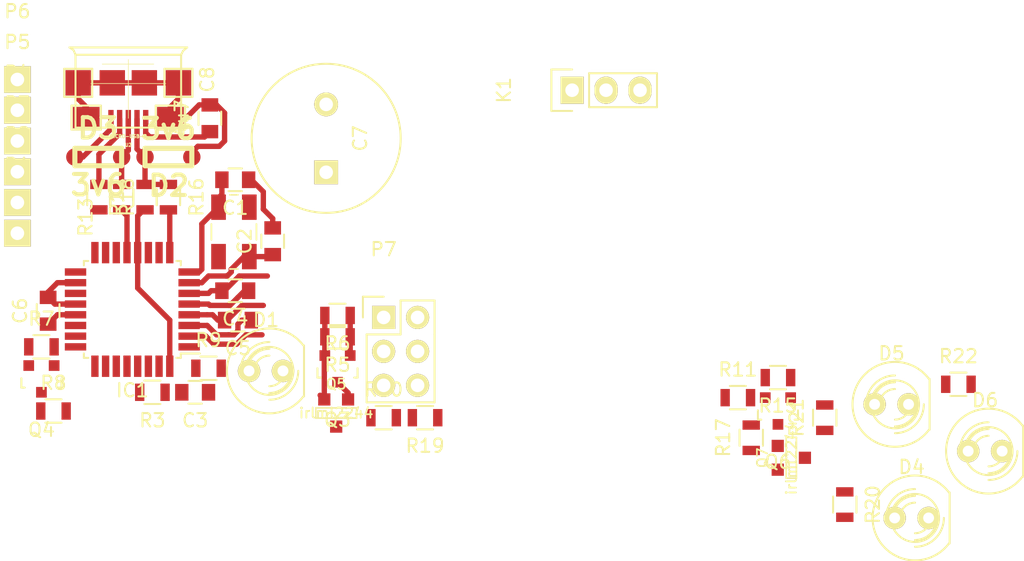
<source format=kicad_pcb>
(kicad_pcb (version 4) (host pcbnew 0.201504161001+5603~22~ubuntu14.04.1-product)

  (general
    (links 96)
    (no_connects 59)
    (area 0 0 0 0)
    (thickness 1.6)
    (drawings 5)
    (tracks 125)
    (zones 0)
    (modules 48)
    (nets 35)
  )

  (page A4)
  (layers
    (0 F.Cu mixed)
    (31 B.Cu mixed)
    (35 F.Paste user)
    (37 F.SilkS user)
    (39 F.Mask user)
    (40 Dwgs.User user)
    (41 Cmts.User user)
    (42 Eco1.User user)
    (43 Eco2.User user)
    (44 Edge.Cuts user)
    (45 Margin user)
  )

  (setup
    (last_trace_width 0.4)
    (user_trace_width 0.4)
    (user_trace_width 0.6)
    (user_trace_width 0.8)
    (trace_clearance 0.2)
    (zone_clearance 0.508)
    (zone_45_only no)
    (trace_min 0.2)
    (segment_width 0.2)
    (edge_width 0.1)
    (via_size 0.6)
    (via_drill 0.4)
    (via_min_size 0.4)
    (via_min_drill 0.3)
    (uvia_size 0.3)
    (uvia_drill 0.1)
    (uvias_allowed no)
    (uvia_min_size 0.2)
    (uvia_min_drill 0.1)
    (pcb_text_width 0.3)
    (pcb_text_size 1.5 1.5)
    (mod_edge_width 0.15)
    (mod_text_size 1 1)
    (mod_text_width 0.15)
    (pad_size 1.5 1.5)
    (pad_drill 0.6)
    (pad_to_mask_clearance 0)
    (aux_axis_origin 0 0)
    (visible_elements 7FFFFFFF)
    (pcbplotparams
      (layerselection 0x00020_80000001)
      (usegerberextensions false)
      (excludeedgelayer true)
      (linewidth 0.100000)
      (plotframeref false)
      (viasonmask false)
      (mode 1)
      (useauxorigin false)
      (hpglpennumber 1)
      (hpglpenspeed 20)
      (hpglpendiameter 15)
      (hpglpenoverlay 2)
      (psnegative false)
      (psa4output false)
      (plotreference true)
      (plotvalue true)
      (plotinvisibletext false)
      (padsonsilk false)
      (subtractmaskfromsilk false)
      (outputformat 1)
      (mirror false)
      (drillshape 0)
      (scaleselection 1)
      (outputdirectory ""))
  )

  (net 0 "")
  (net 1 GND)
  (net 2 /xtal2)
  (net 3 /xtal1)
  (net 4 /rst)
  (net 5 VCC)
  (net 6 /dbg-led)
  (net 7 /led)
  (net 8 /d+)
  (net 9 /d-)
  (net 10 /mosi)
  (net 11 /miso)
  (net 12 /sck)
  (net 13 /servo-en-400mA)
  (net 14 /pyro-sen)
  (net 15 /servo1)
  (net 16 /servo2)
  (net 17 /usb-en)
  (net 18 /src)
  (net 19 /gate)
  (net 20 "Net-(D1-Pad1)")
  (net 21 "Net-(D2-Pad2)")
  (net 22 "Net-(D3-Pad2)")
  (net 23 "Net-(D4-Pad1)")
  (net 24 "Net-(D5-Pad1)")
  (net 25 "Net-(D6-Pad1)")
  (net 26 "Net-(P7-Pad5)")
  (net 27 "Net-(P7-Pad6)")
  (net 28 "Net-(Q4-Pad2)")
  (net 29 "Net-(Q4-Pad3)")
  (net 30 "Net-(Q6-Pad2)")
  (net 31 "Net-(Q6-Pad3)")
  (net 32 "Net-(Q7-PadD)")
  (net 33 "Net-(R18-Pad1)")
  (net 34 /servo-vcc)

  (net_class Default "This is the default net class."
    (clearance 0.2)
    (trace_width 0.25)
    (via_dia 0.6)
    (via_drill 0.4)
    (uvia_dia 0.3)
    (uvia_drill 0.1)
    (add_net /d+)
    (add_net /d-)
    (add_net /dbg-led)
    (add_net /gate)
    (add_net /led)
    (add_net /miso)
    (add_net /mosi)
    (add_net /pyro-sen)
    (add_net /rst)
    (add_net /sck)
    (add_net /servo-en-400mA)
    (add_net /servo-vcc)
    (add_net /servo1)
    (add_net /servo2)
    (add_net /src)
    (add_net /usb-en)
    (add_net /xtal1)
    (add_net /xtal2)
    (add_net GND)
    (add_net "Net-(D1-Pad1)")
    (add_net "Net-(D2-Pad2)")
    (add_net "Net-(D3-Pad2)")
    (add_net "Net-(D4-Pad1)")
    (add_net "Net-(D5-Pad1)")
    (add_net "Net-(D6-Pad1)")
    (add_net "Net-(P7-Pad5)")
    (add_net "Net-(P7-Pad6)")
    (add_net "Net-(Q4-Pad2)")
    (add_net "Net-(Q4-Pad3)")
    (add_net "Net-(Q6-Pad2)")
    (add_net "Net-(Q6-Pad3)")
    (add_net "Net-(Q7-PadD)")
    (add_net "Net-(R18-Pad1)")
    (add_net VCC)
  )

  (module Pin_Headers:Pin_Header_Straight_1x01 (layer F.Cu) (tedit 55316C2C) (tstamp 55301CAA)
    (at 99.7 85.2)
    (descr "Through hole pin header")
    (tags "pin header")
    (path /55300157)
    (fp_text reference P6 (at 0 -5.1) (layer F.SilkS)
      (effects (font (size 1 1) (thickness 0.15)))
    )
    (fp_text value TST (at 0 -3.1) (layer F.Fab)
      (effects (font (size 1 1) (thickness 0.15)))
    )
    (pad 1 thru_hole rect (at 0 0) (size 2 2) (drill 1.016) (layers *.Cu *.Mask F.SilkS)
      (net 10 /mosi))
    (model Pin_Headers.3dshapes/Pin_Header_Straight_1x01.wrl
      (at (xyz 0 0 0))
      (scale (xyz 1 1 1))
      (rotate (xyz 0 0 90))
    )
  )

  (module Pin_Headers:Pin_Header_Straight_1x01 (layer F.Cu) (tedit 55316BFE) (tstamp 55301CA5)
    (at 99.7 87.5)
    (descr "Through hole pin header")
    (tags "pin header")
    (path /5530014E)
    (fp_text reference P5 (at 0 -5.1) (layer F.SilkS)
      (effects (font (size 1 1) (thickness 0.15)))
    )
    (fp_text value TST (at 0 -3.1) (layer F.Fab)
      (effects (font (size 1 1) (thickness 0.15)))
    )
    (pad 1 thru_hole rect (at 0 0) (size 2 2) (drill 1.016) (layers *.Cu *.Mask F.SilkS)
      (net 11 /miso))
    (model Pin_Headers.3dshapes/Pin_Header_Straight_1x01.wrl
      (at (xyz 0 0 0))
      (scale (xyz 1 1 1))
      (rotate (xyz 0 0 90))
    )
  )

  (module Pin_Headers:Pin_Header_Straight_1x01 (layer F.Cu) (tedit 55316BD8) (tstamp 55301CA0)
    (at 99.7 89.8)
    (descr "Through hole pin header")
    (tags "pin header")
    (path /55300144)
    (fp_text reference P4 (at 0 -5.1) (layer F.SilkS)
      (effects (font (size 1 1) (thickness 0.15)))
    )
    (fp_text value TST (at 0 -3.1) (layer F.Fab)
      (effects (font (size 1 1) (thickness 0.15)))
    )
    (pad 1 thru_hole rect (at 0 0) (size 2 2) (drill 1.016) (layers *.Cu *.Mask F.SilkS)
      (net 12 /sck))
    (model Pin_Headers.3dshapes/Pin_Header_Straight_1x01.wrl
      (at (xyz 0 0 0))
      (scale (xyz 1 1 1))
      (rotate (xyz 0 0 90))
    )
  )

  (module Pin_Headers:Pin_Header_Straight_1x01 (layer F.Cu) (tedit 55316BAC) (tstamp 55301C9B)
    (at 99.7 92.1)
    (descr "Through hole pin header")
    (tags "pin header")
    (path /5530013D)
    (fp_text reference P3 (at 0 -5.1) (layer F.SilkS)
      (effects (font (size 1 1) (thickness 0.15)))
    )
    (fp_text value TST (at 0 -3.1) (layer F.Fab)
      (effects (font (size 1 1) (thickness 0.15)))
    )
    (pad 1 thru_hole rect (at 0 0) (size 2 2) (drill 1.016) (layers *.Cu *.Mask F.SilkS)
      (net 4 /rst))
    (model Pin_Headers.3dshapes/Pin_Header_Straight_1x01.wrl
      (at (xyz 0 0 0))
      (scale (xyz 1 1 1))
      (rotate (xyz 0 0 90))
    )
  )

  (module Pin_Headers:Pin_Header_Straight_1x01 (layer F.Cu) (tedit 55316B78) (tstamp 55301C96)
    (at 99.7 94.4)
    (descr "Through hole pin header")
    (tags "pin header")
    (path /55300130)
    (fp_text reference P2 (at 0 -5.1) (layer F.SilkS)
      (effects (font (size 1 1) (thickness 0.15)))
    )
    (fp_text value TST (at 0 -3.1) (layer F.Fab)
      (effects (font (size 1 1) (thickness 0.15)))
    )
    (pad 1 thru_hole rect (at 0 0) (size 2 2) (drill 1.016) (layers *.Cu *.Mask F.SilkS)
      (net 1 GND))
    (model Pin_Headers.3dshapes/Pin_Header_Straight_1x01.wrl
      (at (xyz 0 0 0))
      (scale (xyz 1 1 1))
      (rotate (xyz 0 0 90))
    )
  )

  (module Pin_Headers:Pin_Header_Straight_1x01 (layer F.Cu) (tedit 55316B3B) (tstamp 55301C91)
    (at 99.7 96.7)
    (descr "Through hole pin header")
    (tags "pin header")
    (path /552FFFBF)
    (fp_text reference P1 (at 0 -5.1) (layer F.SilkS)
      (effects (font (size 1 1) (thickness 0.15)))
    )
    (fp_text value TST (at 0 -3.1) (layer F.Fab)
      (effects (font (size 1 1) (thickness 0.15)))
    )
    (pad 1 thru_hole rect (at 0 0) (size 2 2) (drill 1.016) (layers *.Cu *.Mask F.SilkS)
      (net 5 VCC))
    (model Pin_Headers.3dshapes/Pin_Header_Straight_1x01.wrl
      (at (xyz 0 0 0))
      (scale (xyz 1 1 1))
      (rotate (xyz 0 0 90))
    )
  )

  (module Capacitors_SMD:C_0805 (layer F.Cu) (tedit 5415D6EA) (tstamp 55301C13)
    (at 116 92.7 180)
    (descr "Capacitor SMD 0805, reflow soldering, AVX (see smccp.pdf)")
    (tags "capacitor 0805")
    (path /55219850)
    (attr smd)
    (fp_text reference C1 (at 0 -2.1 180) (layer F.SilkS)
      (effects (font (size 1 1) (thickness 0.15)))
    )
    (fp_text value 18p (at 0 2.1 180) (layer F.Fab)
      (effects (font (size 1 1) (thickness 0.15)))
    )
    (fp_line (start -1.8 -1) (end 1.8 -1) (layer F.CrtYd) (width 0.05))
    (fp_line (start -1.8 1) (end 1.8 1) (layer F.CrtYd) (width 0.05))
    (fp_line (start -1.8 -1) (end -1.8 1) (layer F.CrtYd) (width 0.05))
    (fp_line (start 1.8 -1) (end 1.8 1) (layer F.CrtYd) (width 0.05))
    (fp_line (start 0.5 -0.85) (end -0.5 -0.85) (layer F.SilkS) (width 0.15))
    (fp_line (start -0.5 0.85) (end 0.5 0.85) (layer F.SilkS) (width 0.15))
    (pad 1 smd rect (at -1 0 180) (size 1 1.25) (layers F.Cu F.Paste F.Mask)
      (net 1 GND))
    (pad 2 smd rect (at 1 0 180) (size 1 1.25) (layers F.Cu F.Paste F.Mask)
      (net 2 /xtal2))
    (model Capacitors_SMD.3dshapes/C_0805.wrl
      (at (xyz 0 0 0))
      (scale (xyz 1 1 1))
      (rotate (xyz 0 0 0))
    )
  )

  (module Capacitors_SMD:C_0805 (layer F.Cu) (tedit 5415D6EA) (tstamp 55301C19)
    (at 118.8 97.3 90)
    (descr "Capacitor SMD 0805, reflow soldering, AVX (see smccp.pdf)")
    (tags "capacitor 0805")
    (path /5521986C)
    (attr smd)
    (fp_text reference C2 (at 0 -2.1 90) (layer F.SilkS)
      (effects (font (size 1 1) (thickness 0.15)))
    )
    (fp_text value 18p (at 0 2.1 90) (layer F.Fab)
      (effects (font (size 1 1) (thickness 0.15)))
    )
    (fp_line (start -1.8 -1) (end 1.8 -1) (layer F.CrtYd) (width 0.05))
    (fp_line (start -1.8 1) (end 1.8 1) (layer F.CrtYd) (width 0.05))
    (fp_line (start -1.8 -1) (end -1.8 1) (layer F.CrtYd) (width 0.05))
    (fp_line (start 1.8 -1) (end 1.8 1) (layer F.CrtYd) (width 0.05))
    (fp_line (start 0.5 -0.85) (end -0.5 -0.85) (layer F.SilkS) (width 0.15))
    (fp_line (start -0.5 0.85) (end 0.5 0.85) (layer F.SilkS) (width 0.15))
    (pad 1 smd rect (at -1 0 90) (size 1 1.25) (layers F.Cu F.Paste F.Mask)
      (net 3 /xtal1))
    (pad 2 smd rect (at 1 0 90) (size 1 1.25) (layers F.Cu F.Paste F.Mask)
      (net 1 GND))
    (model Capacitors_SMD.3dshapes/C_0805.wrl
      (at (xyz 0 0 0))
      (scale (xyz 1 1 1))
      (rotate (xyz 0 0 0))
    )
  )

  (module Capacitors_SMD:C_0805 (layer F.Cu) (tedit 5415D6EA) (tstamp 55301C1F)
    (at 113 108.6 180)
    (descr "Capacitor SMD 0805, reflow soldering, AVX (see smccp.pdf)")
    (tags "capacitor 0805")
    (path /55219931)
    (attr smd)
    (fp_text reference C3 (at 0 -2.1 180) (layer F.SilkS)
      (effects (font (size 1 1) (thickness 0.15)))
    )
    (fp_text value 100n (at 0 2.1 180) (layer F.Fab)
      (effects (font (size 1 1) (thickness 0.15)))
    )
    (fp_line (start -1.8 -1) (end 1.8 -1) (layer F.CrtYd) (width 0.05))
    (fp_line (start -1.8 1) (end 1.8 1) (layer F.CrtYd) (width 0.05))
    (fp_line (start -1.8 -1) (end -1.8 1) (layer F.CrtYd) (width 0.05))
    (fp_line (start 1.8 -1) (end 1.8 1) (layer F.CrtYd) (width 0.05))
    (fp_line (start 0.5 -0.85) (end -0.5 -0.85) (layer F.SilkS) (width 0.15))
    (fp_line (start -0.5 0.85) (end 0.5 0.85) (layer F.SilkS) (width 0.15))
    (pad 1 smd rect (at -1 0 180) (size 1 1.25) (layers F.Cu F.Paste F.Mask)
      (net 1 GND))
    (pad 2 smd rect (at 1 0 180) (size 1 1.25) (layers F.Cu F.Paste F.Mask)
      (net 4 /rst))
    (model Capacitors_SMD.3dshapes/C_0805.wrl
      (at (xyz 0 0 0))
      (scale (xyz 1 1 1))
      (rotate (xyz 0 0 0))
    )
  )

  (module Capacitors_SMD:C_0805 (layer F.Cu) (tedit 5415D6EA) (tstamp 55301C25)
    (at 116 101 180)
    (descr "Capacitor SMD 0805, reflow soldering, AVX (see smccp.pdf)")
    (tags "capacitor 0805")
    (path /55219ABE)
    (attr smd)
    (fp_text reference C4 (at 0 -2.1 180) (layer F.SilkS)
      (effects (font (size 1 1) (thickness 0.15)))
    )
    (fp_text value 100n (at 0 2.1 180) (layer F.Fab)
      (effects (font (size 1 1) (thickness 0.15)))
    )
    (fp_line (start -1.8 -1) (end 1.8 -1) (layer F.CrtYd) (width 0.05))
    (fp_line (start -1.8 1) (end 1.8 1) (layer F.CrtYd) (width 0.05))
    (fp_line (start -1.8 -1) (end -1.8 1) (layer F.CrtYd) (width 0.05))
    (fp_line (start 1.8 -1) (end 1.8 1) (layer F.CrtYd) (width 0.05))
    (fp_line (start 0.5 -0.85) (end -0.5 -0.85) (layer F.SilkS) (width 0.15))
    (fp_line (start -0.5 0.85) (end 0.5 0.85) (layer F.SilkS) (width 0.15))
    (pad 1 smd rect (at -1 0 180) (size 1 1.25) (layers F.Cu F.Paste F.Mask)
      (net 1 GND))
    (pad 2 smd rect (at 1 0 180) (size 1 1.25) (layers F.Cu F.Paste F.Mask)
      (net 5 VCC))
    (model Capacitors_SMD.3dshapes/C_0805.wrl
      (at (xyz 0 0 0))
      (scale (xyz 1 1 1))
      (rotate (xyz 0 0 0))
    )
  )

  (module Capacitors_SMD:C_0805 (layer F.Cu) (tedit 5415D6EA) (tstamp 55301C2B)
    (at 116.2 103.2 180)
    (descr "Capacitor SMD 0805, reflow soldering, AVX (see smccp.pdf)")
    (tags "capacitor 0805")
    (path /55219B20)
    (attr smd)
    (fp_text reference C5 (at 0 -2.1 180) (layer F.SilkS)
      (effects (font (size 1 1) (thickness 0.15)))
    )
    (fp_text value 100n (at 0 2.1 180) (layer F.Fab)
      (effects (font (size 1 1) (thickness 0.15)))
    )
    (fp_line (start -1.8 -1) (end 1.8 -1) (layer F.CrtYd) (width 0.05))
    (fp_line (start -1.8 1) (end 1.8 1) (layer F.CrtYd) (width 0.05))
    (fp_line (start -1.8 -1) (end -1.8 1) (layer F.CrtYd) (width 0.05))
    (fp_line (start 1.8 -1) (end 1.8 1) (layer F.CrtYd) (width 0.05))
    (fp_line (start 0.5 -0.85) (end -0.5 -0.85) (layer F.SilkS) (width 0.15))
    (fp_line (start -0.5 0.85) (end 0.5 0.85) (layer F.SilkS) (width 0.15))
    (pad 1 smd rect (at -1 0 180) (size 1 1.25) (layers F.Cu F.Paste F.Mask)
      (net 1 GND))
    (pad 2 smd rect (at 1 0 180) (size 1 1.25) (layers F.Cu F.Paste F.Mask)
      (net 5 VCC))
    (model Capacitors_SMD.3dshapes/C_0805.wrl
      (at (xyz 0 0 0))
      (scale (xyz 1 1 1))
      (rotate (xyz 0 0 0))
    )
  )

  (module Capacitors_SMD:C_0805 (layer F.Cu) (tedit 5415D6EA) (tstamp 55301C31)
    (at 102 102.5 90)
    (descr "Capacitor SMD 0805, reflow soldering, AVX (see smccp.pdf)")
    (tags "capacitor 0805")
    (path /55219B37)
    (attr smd)
    (fp_text reference C6 (at 0 -2.1 90) (layer F.SilkS)
      (effects (font (size 1 1) (thickness 0.15)))
    )
    (fp_text value 100n (at 0 2.1 90) (layer F.Fab)
      (effects (font (size 1 1) (thickness 0.15)))
    )
    (fp_line (start -1.8 -1) (end 1.8 -1) (layer F.CrtYd) (width 0.05))
    (fp_line (start -1.8 1) (end 1.8 1) (layer F.CrtYd) (width 0.05))
    (fp_line (start -1.8 -1) (end -1.8 1) (layer F.CrtYd) (width 0.05))
    (fp_line (start 1.8 -1) (end 1.8 1) (layer F.CrtYd) (width 0.05))
    (fp_line (start 0.5 -0.85) (end -0.5 -0.85) (layer F.SilkS) (width 0.15))
    (fp_line (start -0.5 0.85) (end 0.5 0.85) (layer F.SilkS) (width 0.15))
    (pad 1 smd rect (at -1 0 90) (size 1 1.25) (layers F.Cu F.Paste F.Mask)
      (net 1 GND))
    (pad 2 smd rect (at 1 0 90) (size 1 1.25) (layers F.Cu F.Paste F.Mask)
      (net 5 VCC))
    (model Capacitors_SMD.3dshapes/C_0805.wrl
      (at (xyz 0 0 0))
      (scale (xyz 1 1 1))
      (rotate (xyz 0 0 0))
    )
  )

  (module Discret:C2V10 (layer F.Cu) (tedit 0) (tstamp 55301C37)
    (at 122.8 89.6 90)
    (descr "Condensateur polarise")
    (tags CP)
    (path /55240250)
    (fp_text reference C7 (at 0 2.54 90) (layer F.SilkS)
      (effects (font (size 1 1) (thickness 0.15)))
    )
    (fp_text value 1000u (at 0 -2.54 90) (layer F.Fab)
      (effects (font (size 1 1) (thickness 0.15)))
    )
    (fp_circle (center 0 0) (end 4.826 -2.794) (layer F.SilkS) (width 0.15))
    (pad 1 thru_hole rect (at -2.54 0 90) (size 1.778 1.778) (drill 1.016) (layers *.Cu *.Mask F.SilkS)
      (net 34 /servo-vcc))
    (pad 2 thru_hole circle (at 2.54 0 90) (size 1.778 1.778) (drill 1.016) (layers *.Cu *.Mask F.SilkS)
      (net 1 GND))
    (model Discret.3dshapes/C2V10.wrl
      (at (xyz 0 0 0))
      (scale (xyz 1 1 1))
      (rotate (xyz 0 0 0))
    )
  )

  (module Capacitors_SMD:C_0805 (layer F.Cu) (tedit 553020B9) (tstamp 55301C3D)
    (at 114.1 88.1 270)
    (descr "Capacitor SMD 0805, reflow soldering, AVX (see smccp.pdf)")
    (tags "capacitor 0805")
    (path /5521C255)
    (attr smd)
    (fp_text reference C8 (at -2.9 0.2 270) (layer F.SilkS)
      (effects (font (size 1 1) (thickness 0.15)))
    )
    (fp_text value 4u7 (at 0 2.1 270) (layer F.SilkS)
      (effects (font (size 1 1) (thickness 0.15)))
    )
    (fp_line (start -1.8 -1) (end 1.8 -1) (layer F.CrtYd) (width 0.05))
    (fp_line (start -1.8 1) (end 1.8 1) (layer F.CrtYd) (width 0.05))
    (fp_line (start -1.8 -1) (end -1.8 1) (layer F.CrtYd) (width 0.05))
    (fp_line (start 1.8 -1) (end 1.8 1) (layer F.CrtYd) (width 0.05))
    (fp_line (start 0.5 -0.85) (end -0.5 -0.85) (layer F.SilkS) (width 0.15))
    (fp_line (start -0.5 0.85) (end 0.5 0.85) (layer F.SilkS) (width 0.15))
    (pad 1 smd rect (at -1 0 270) (size 1 1.25) (layers F.Cu F.Paste F.Mask)
      (net 1 GND))
    (pad 2 smd rect (at 1 0 270) (size 1 1.25) (layers F.Cu F.Paste F.Mask)
      (net 5 VCC))
    (model Capacitors_SMD.3dshapes/C_0805.wrl
      (at (xyz 0 0 0))
      (scale (xyz 1 1 1))
      (rotate (xyz 0 0 0))
    )
  )

  (module LEDs:LED-5MM (layer F.Cu) (tedit 0) (tstamp 55301C43)
    (at 118.3 107)
    (descr "LED 5mm - Lead pitch 100mil (2,54mm)")
    (tags "LED led 5mm 5MM 100mil 2,54mm")
    (path /55240468)
    (fp_text reference D1 (at 0 -3.81) (layer F.SilkS)
      (effects (font (size 1 1) (thickness 0.15)))
    )
    (fp_text value dbg-led (at 0 3.81) (layer F.Fab)
      (effects (font (size 1 1) (thickness 0.15)))
    )
    (fp_line (start 2.8448 1.905) (end 2.8448 -1.905) (layer F.SilkS) (width 0.15))
    (fp_circle (center 0.254 0) (end -1.016 1.27) (layer F.SilkS) (width 0.15))
    (fp_arc (start 0.254 0) (end 2.794 1.905) (angle 286.2) (layer F.SilkS) (width 0.15))
    (fp_arc (start 0.254 0) (end -0.889 0) (angle 90) (layer F.SilkS) (width 0.15))
    (fp_arc (start 0.254 0) (end 1.397 0) (angle 90) (layer F.SilkS) (width 0.15))
    (fp_arc (start 0.254 0) (end -1.397 0) (angle 90) (layer F.SilkS) (width 0.15))
    (fp_arc (start 0.254 0) (end 1.905 0) (angle 90) (layer F.SilkS) (width 0.15))
    (fp_arc (start 0.254 0) (end -1.905 0) (angle 90) (layer F.SilkS) (width 0.15))
    (fp_arc (start 0.254 0) (end 2.413 0) (angle 90) (layer F.SilkS) (width 0.15))
    (pad 1 thru_hole circle (at -1.27 0) (size 1.6764 1.6764) (drill 0.8128) (layers *.Cu *.Mask F.SilkS)
      (net 20 "Net-(D1-Pad1)"))
    (pad 2 thru_hole circle (at 1.27 0) (size 1.6764 1.6764) (drill 0.8128) (layers *.Cu *.Mask F.SilkS)
      (net 1 GND))
    (model LEDs.3dshapes/LED-5MM.wrl
      (at (xyz 0 0 0))
      (scale (xyz 1 1 1))
      (rotate (xyz 0 0 0))
    )
  )

  (module LEDs:LED-5MM (layer F.Cu) (tedit 0) (tstamp 55301C55)
    (at 166.6 118)
    (descr "LED 5mm - Lead pitch 100mil (2,54mm)")
    (tags "LED led 5mm 5MM 100mil 2,54mm")
    (path /552409A3)
    (fp_text reference D4 (at 0 -3.81) (layer F.SilkS)
      (effects (font (size 1 1) (thickness 0.15)))
    )
    (fp_text value light-led (at 0 3.81) (layer F.Fab)
      (effects (font (size 1 1) (thickness 0.15)))
    )
    (fp_line (start 2.8448 1.905) (end 2.8448 -1.905) (layer F.SilkS) (width 0.15))
    (fp_circle (center 0.254 0) (end -1.016 1.27) (layer F.SilkS) (width 0.15))
    (fp_arc (start 0.254 0) (end 2.794 1.905) (angle 286.2) (layer F.SilkS) (width 0.15))
    (fp_arc (start 0.254 0) (end -0.889 0) (angle 90) (layer F.SilkS) (width 0.15))
    (fp_arc (start 0.254 0) (end 1.397 0) (angle 90) (layer F.SilkS) (width 0.15))
    (fp_arc (start 0.254 0) (end -1.397 0) (angle 90) (layer F.SilkS) (width 0.15))
    (fp_arc (start 0.254 0) (end 1.905 0) (angle 90) (layer F.SilkS) (width 0.15))
    (fp_arc (start 0.254 0) (end -1.905 0) (angle 90) (layer F.SilkS) (width 0.15))
    (fp_arc (start 0.254 0) (end 2.413 0) (angle 90) (layer F.SilkS) (width 0.15))
    (pad 1 thru_hole circle (at -1.27 0) (size 1.6764 1.6764) (drill 0.8128) (layers *.Cu *.Mask F.SilkS)
      (net 23 "Net-(D4-Pad1)"))
    (pad 2 thru_hole circle (at 1.27 0) (size 1.6764 1.6764) (drill 0.8128) (layers *.Cu *.Mask F.SilkS)
      (net 1 GND))
    (model LEDs.3dshapes/LED-5MM.wrl
      (at (xyz 0 0 0))
      (scale (xyz 1 1 1))
      (rotate (xyz 0 0 0))
    )
  )

  (module LEDs:LED-5MM (layer F.Cu) (tedit 0) (tstamp 55301C5B)
    (at 165.1 109.5)
    (descr "LED 5mm - Lead pitch 100mil (2,54mm)")
    (tags "LED led 5mm 5MM 100mil 2,54mm")
    (path /55240C65)
    (fp_text reference D5 (at 0 -3.81) (layer F.SilkS)
      (effects (font (size 1 1) (thickness 0.15)))
    )
    (fp_text value light-led (at 0 3.81) (layer F.Fab)
      (effects (font (size 1 1) (thickness 0.15)))
    )
    (fp_line (start 2.8448 1.905) (end 2.8448 -1.905) (layer F.SilkS) (width 0.15))
    (fp_circle (center 0.254 0) (end -1.016 1.27) (layer F.SilkS) (width 0.15))
    (fp_arc (start 0.254 0) (end 2.794 1.905) (angle 286.2) (layer F.SilkS) (width 0.15))
    (fp_arc (start 0.254 0) (end -0.889 0) (angle 90) (layer F.SilkS) (width 0.15))
    (fp_arc (start 0.254 0) (end 1.397 0) (angle 90) (layer F.SilkS) (width 0.15))
    (fp_arc (start 0.254 0) (end -1.397 0) (angle 90) (layer F.SilkS) (width 0.15))
    (fp_arc (start 0.254 0) (end 1.905 0) (angle 90) (layer F.SilkS) (width 0.15))
    (fp_arc (start 0.254 0) (end -1.905 0) (angle 90) (layer F.SilkS) (width 0.15))
    (fp_arc (start 0.254 0) (end 2.413 0) (angle 90) (layer F.SilkS) (width 0.15))
    (pad 1 thru_hole circle (at -1.27 0) (size 1.6764 1.6764) (drill 0.8128) (layers *.Cu *.Mask F.SilkS)
      (net 24 "Net-(D5-Pad1)"))
    (pad 2 thru_hole circle (at 1.27 0) (size 1.6764 1.6764) (drill 0.8128) (layers *.Cu *.Mask F.SilkS)
      (net 1 GND))
    (model LEDs.3dshapes/LED-5MM.wrl
      (at (xyz 0 0 0))
      (scale (xyz 1 1 1))
      (rotate (xyz 0 0 0))
    )
  )

  (module LEDs:LED-5MM (layer F.Cu) (tedit 0) (tstamp 55301C61)
    (at 172.1 113)
    (descr "LED 5mm - Lead pitch 100mil (2,54mm)")
    (tags "LED led 5mm 5MM 100mil 2,54mm")
    (path /55240C79)
    (fp_text reference D6 (at 0 -3.81) (layer F.SilkS)
      (effects (font (size 1 1) (thickness 0.15)))
    )
    (fp_text value light-led (at 0 3.81) (layer F.Fab)
      (effects (font (size 1 1) (thickness 0.15)))
    )
    (fp_line (start 2.8448 1.905) (end 2.8448 -1.905) (layer F.SilkS) (width 0.15))
    (fp_circle (center 0.254 0) (end -1.016 1.27) (layer F.SilkS) (width 0.15))
    (fp_arc (start 0.254 0) (end 2.794 1.905) (angle 286.2) (layer F.SilkS) (width 0.15))
    (fp_arc (start 0.254 0) (end -0.889 0) (angle 90) (layer F.SilkS) (width 0.15))
    (fp_arc (start 0.254 0) (end 1.397 0) (angle 90) (layer F.SilkS) (width 0.15))
    (fp_arc (start 0.254 0) (end -1.397 0) (angle 90) (layer F.SilkS) (width 0.15))
    (fp_arc (start 0.254 0) (end 1.905 0) (angle 90) (layer F.SilkS) (width 0.15))
    (fp_arc (start 0.254 0) (end -1.905 0) (angle 90) (layer F.SilkS) (width 0.15))
    (fp_arc (start 0.254 0) (end 2.413 0) (angle 90) (layer F.SilkS) (width 0.15))
    (pad 1 thru_hole circle (at -1.27 0) (size 1.6764 1.6764) (drill 0.8128) (layers *.Cu *.Mask F.SilkS)
      (net 25 "Net-(D6-Pad1)"))
    (pad 2 thru_hole circle (at 1.27 0) (size 1.6764 1.6764) (drill 0.8128) (layers *.Cu *.Mask F.SilkS)
      (net 1 GND))
    (model LEDs.3dshapes/LED-5MM.wrl
      (at (xyz 0 0 0))
      (scale (xyz 1 1 1))
      (rotate (xyz 0 0 0))
    )
  )

  (module Housings_QFP:TQFP-32_7x7mm_Pitch0.8mm (layer F.Cu) (tedit 54130A77) (tstamp 55301C85)
    (at 108.3 102.4 180)
    (descr "32-Lead Plastic Thin Quad Flatpack (PT) - 7x7x1.0 mm Body, 2.00 mm [TQFP] (see Microchip Packaging Specification 00000049BS.pdf)")
    (tags "QFP 0.8")
    (path /552197F0)
    (attr smd)
    (fp_text reference IC1 (at 0 -6.05 180) (layer F.SilkS)
      (effects (font (size 1 1) (thickness 0.15)))
    )
    (fp_text value ATMEGA8-AI (at 0 6.05 180) (layer F.Fab)
      (effects (font (size 1 1) (thickness 0.15)))
    )
    (fp_line (start -5.3 -5.3) (end -5.3 5.3) (layer F.CrtYd) (width 0.05))
    (fp_line (start 5.3 -5.3) (end 5.3 5.3) (layer F.CrtYd) (width 0.05))
    (fp_line (start -5.3 -5.3) (end 5.3 -5.3) (layer F.CrtYd) (width 0.05))
    (fp_line (start -5.3 5.3) (end 5.3 5.3) (layer F.CrtYd) (width 0.05))
    (fp_line (start -3.625 -3.625) (end -3.625 -3.3) (layer F.SilkS) (width 0.15))
    (fp_line (start 3.625 -3.625) (end 3.625 -3.3) (layer F.SilkS) (width 0.15))
    (fp_line (start 3.625 3.625) (end 3.625 3.3) (layer F.SilkS) (width 0.15))
    (fp_line (start -3.625 3.625) (end -3.625 3.3) (layer F.SilkS) (width 0.15))
    (fp_line (start -3.625 -3.625) (end -3.3 -3.625) (layer F.SilkS) (width 0.15))
    (fp_line (start -3.625 3.625) (end -3.3 3.625) (layer F.SilkS) (width 0.15))
    (fp_line (start 3.625 3.625) (end 3.3 3.625) (layer F.SilkS) (width 0.15))
    (fp_line (start 3.625 -3.625) (end 3.3 -3.625) (layer F.SilkS) (width 0.15))
    (fp_line (start -3.625 -3.3) (end -5.05 -3.3) (layer F.SilkS) (width 0.15))
    (pad 1 smd rect (at -4.25 -2.8 180) (size 1.6 0.55) (layers F.Cu F.Paste F.Mask)
      (net 6 /dbg-led))
    (pad 2 smd rect (at -4.25 -2 180) (size 1.6 0.55) (layers F.Cu F.Paste F.Mask)
      (net 7 /led))
    (pad 3 smd rect (at -4.25 -1.2 180) (size 1.6 0.55) (layers F.Cu F.Paste F.Mask)
      (net 1 GND))
    (pad 4 smd rect (at -4.25 -0.4 180) (size 1.6 0.55) (layers F.Cu F.Paste F.Mask)
      (net 5 VCC))
    (pad 5 smd rect (at -4.25 0.4 180) (size 1.6 0.55) (layers F.Cu F.Paste F.Mask)
      (net 1 GND))
    (pad 6 smd rect (at -4.25 1.2 180) (size 1.6 0.55) (layers F.Cu F.Paste F.Mask)
      (net 5 VCC))
    (pad 7 smd rect (at -4.25 2 180) (size 1.6 0.55) (layers F.Cu F.Paste F.Mask)
      (net 3 /xtal1))
    (pad 8 smd rect (at -4.25 2.8 180) (size 1.6 0.55) (layers F.Cu F.Paste F.Mask)
      (net 2 /xtal2))
    (pad 9 smd rect (at -2.8 4.25 270) (size 1.6 0.55) (layers F.Cu F.Paste F.Mask)
      (net 17 /usb-en))
    (pad 10 smd rect (at -2 4.25 270) (size 1.6 0.55) (layers F.Cu F.Paste F.Mask))
    (pad 11 smd rect (at -1.2 4.25 270) (size 1.6 0.55) (layers F.Cu F.Paste F.Mask))
    (pad 12 smd rect (at -0.4 4.25 270) (size 1.6 0.55) (layers F.Cu F.Paste F.Mask)
      (net 9 /d-))
    (pad 13 smd rect (at 0.4 4.25 270) (size 1.6 0.55) (layers F.Cu F.Paste F.Mask)
      (net 8 /d+))
    (pad 14 smd rect (at 1.2 4.25 270) (size 1.6 0.55) (layers F.Cu F.Paste F.Mask))
    (pad 15 smd rect (at 2 4.25 270) (size 1.6 0.55) (layers F.Cu F.Paste F.Mask)
      (net 10 /mosi))
    (pad 16 smd rect (at 2.8 4.25 270) (size 1.6 0.55) (layers F.Cu F.Paste F.Mask)
      (net 11 /miso))
    (pad 17 smd rect (at 4.25 2.8 180) (size 1.6 0.55) (layers F.Cu F.Paste F.Mask)
      (net 12 /sck))
    (pad 18 smd rect (at 4.25 2 180) (size 1.6 0.55) (layers F.Cu F.Paste F.Mask)
      (net 5 VCC))
    (pad 19 smd rect (at 4.25 1.2 180) (size 1.6 0.55) (layers F.Cu F.Paste F.Mask))
    (pad 20 smd rect (at 4.25 0.4 180) (size 1.6 0.55) (layers F.Cu F.Paste F.Mask)
      (net 5 VCC))
    (pad 21 smd rect (at 4.25 -0.4 180) (size 1.6 0.55) (layers F.Cu F.Paste F.Mask)
      (net 1 GND))
    (pad 22 smd rect (at 4.25 -1.2 180) (size 1.6 0.55) (layers F.Cu F.Paste F.Mask))
    (pad 23 smd rect (at 4.25 -2 180) (size 1.6 0.55) (layers F.Cu F.Paste F.Mask))
    (pad 24 smd rect (at 4.25 -2.8 180) (size 1.6 0.55) (layers F.Cu F.Paste F.Mask)
      (net 13 /servo-en-400mA))
    (pad 25 smd rect (at 2.8 -4.25 270) (size 1.6 0.55) (layers F.Cu F.Paste F.Mask))
    (pad 26 smd rect (at 2 -4.25 270) (size 1.6 0.55) (layers F.Cu F.Paste F.Mask)
      (net 14 /pyro-sen))
    (pad 27 smd rect (at 1.2 -4.25 270) (size 1.6 0.55) (layers F.Cu F.Paste F.Mask)
      (net 15 /servo1))
    (pad 28 smd rect (at 0.4 -4.25 270) (size 1.6 0.55) (layers F.Cu F.Paste F.Mask)
      (net 16 /servo2))
    (pad 29 smd rect (at -0.4 -4.25 270) (size 1.6 0.55) (layers F.Cu F.Paste F.Mask)
      (net 4 /rst))
    (pad 30 smd rect (at -1.2 -4.25 270) (size 1.6 0.55) (layers F.Cu F.Paste F.Mask))
    (pad 31 smd rect (at -2 -4.25 270) (size 1.6 0.55) (layers F.Cu F.Paste F.Mask))
    (pad 32 smd rect (at -2.8 -4.25 270) (size 1.6 0.55) (layers F.Cu F.Paste F.Mask)
      (net 9 /d-))
    (model Housings_QFP.3dshapes/TQFP-32_7x7mm_Pitch0.8mm.wrl
      (at (xyz 0 0 0))
      (scale (xyz 1 1 1))
      (rotate (xyz 0 0 0))
    )
  )

  (module Pin_Headers:Pin_Header_Straight_1x03 (layer F.Cu) (tedit 0) (tstamp 55301C8C)
    (at 141.2 86 90)
    (descr "Through hole pin header")
    (tags "pin header")
    (path /552FF59F)
    (fp_text reference K1 (at 0 -5.1 90) (layer F.SilkS)
      (effects (font (size 1 1) (thickness 0.15)))
    )
    (fp_text value pyro (at 0 -3.1 90) (layer F.Fab)
      (effects (font (size 1 1) (thickness 0.15)))
    )
    (fp_line (start -1.75 -1.75) (end -1.75 6.85) (layer F.CrtYd) (width 0.05))
    (fp_line (start 1.75 -1.75) (end 1.75 6.85) (layer F.CrtYd) (width 0.05))
    (fp_line (start -1.75 -1.75) (end 1.75 -1.75) (layer F.CrtYd) (width 0.05))
    (fp_line (start -1.75 6.85) (end 1.75 6.85) (layer F.CrtYd) (width 0.05))
    (fp_line (start -1.27 1.27) (end -1.27 6.35) (layer F.SilkS) (width 0.15))
    (fp_line (start -1.27 6.35) (end 1.27 6.35) (layer F.SilkS) (width 0.15))
    (fp_line (start 1.27 6.35) (end 1.27 1.27) (layer F.SilkS) (width 0.15))
    (fp_line (start 1.55 -1.55) (end 1.55 0) (layer F.SilkS) (width 0.15))
    (fp_line (start 1.27 1.27) (end -1.27 1.27) (layer F.SilkS) (width 0.15))
    (fp_line (start -1.55 0) (end -1.55 -1.55) (layer F.SilkS) (width 0.15))
    (fp_line (start -1.55 -1.55) (end 1.55 -1.55) (layer F.SilkS) (width 0.15))
    (pad 1 thru_hole rect (at 0 0 90) (size 2.032 1.7272) (drill 1.016) (layers *.Cu *.Mask F.SilkS)
      (net 5 VCC))
    (pad 2 thru_hole oval (at 0 2.54 90) (size 2.032 1.7272) (drill 1.016) (layers *.Cu *.Mask F.SilkS)
      (net 14 /pyro-sen))
    (pad 3 thru_hole oval (at 0 5.08 90) (size 2.032 1.7272) (drill 1.016) (layers *.Cu *.Mask F.SilkS)
      (net 1 GND))
    (model Pin_Headers.3dshapes/Pin_Header_Straight_1x03.wrl
      (at (xyz 0 -0.1 0))
      (scale (xyz 1 1 1))
      (rotate (xyz 0 0 90))
    )
  )

  (module Pin_Headers:Pin_Header_Straight_2x03 (layer F.Cu) (tedit 54EA0A4B) (tstamp 55301CB4)
    (at 127.1 103)
    (descr "Through hole pin header")
    (tags "pin header")
    (path /5521A8ED)
    (fp_text reference P7 (at 0 -5.1) (layer F.SilkS)
      (effects (font (size 1 1) (thickness 0.15)))
    )
    (fp_text value servo (at 0 -3.1) (layer F.Fab)
      (effects (font (size 1 1) (thickness 0.15)))
    )
    (fp_line (start -1.27 1.27) (end -1.27 6.35) (layer F.SilkS) (width 0.15))
    (fp_line (start -1.55 -1.55) (end 0 -1.55) (layer F.SilkS) (width 0.15))
    (fp_line (start -1.75 -1.75) (end -1.75 6.85) (layer F.CrtYd) (width 0.05))
    (fp_line (start 4.3 -1.75) (end 4.3 6.85) (layer F.CrtYd) (width 0.05))
    (fp_line (start -1.75 -1.75) (end 4.3 -1.75) (layer F.CrtYd) (width 0.05))
    (fp_line (start -1.75 6.85) (end 4.3 6.85) (layer F.CrtYd) (width 0.05))
    (fp_line (start 1.27 -1.27) (end 1.27 1.27) (layer F.SilkS) (width 0.15))
    (fp_line (start 1.27 1.27) (end -1.27 1.27) (layer F.SilkS) (width 0.15))
    (fp_line (start -1.27 6.35) (end 3.81 6.35) (layer F.SilkS) (width 0.15))
    (fp_line (start 3.81 6.35) (end 3.81 1.27) (layer F.SilkS) (width 0.15))
    (fp_line (start -1.55 -1.55) (end -1.55 0) (layer F.SilkS) (width 0.15))
    (fp_line (start 3.81 -1.27) (end 1.27 -1.27) (layer F.SilkS) (width 0.15))
    (fp_line (start 3.81 1.27) (end 3.81 -1.27) (layer F.SilkS) (width 0.15))
    (pad 1 thru_hole rect (at 0 0) (size 1.7272 1.7272) (drill 1.016) (layers *.Cu *.Mask F.SilkS)
      (net 1 GND))
    (pad 2 thru_hole oval (at 2.54 0) (size 1.7272 1.7272) (drill 1.016) (layers *.Cu *.Mask F.SilkS)
      (net 1 GND))
    (pad 3 thru_hole oval (at 0 2.54) (size 1.7272 1.7272) (drill 1.016) (layers *.Cu *.Mask F.SilkS)
      (net 34 /servo-vcc))
    (pad 4 thru_hole oval (at 2.54 2.54) (size 1.7272 1.7272) (drill 1.016) (layers *.Cu *.Mask F.SilkS)
      (net 34 /servo-vcc))
    (pad 5 thru_hole oval (at 0 5.08) (size 1.7272 1.7272) (drill 1.016) (layers *.Cu *.Mask F.SilkS)
      (net 26 "Net-(P7-Pad5)"))
    (pad 6 thru_hole oval (at 2.54 5.08) (size 1.7272 1.7272) (drill 1.016) (layers *.Cu *.Mask F.SilkS)
      (net 27 "Net-(P7-Pad6)"))
    (model Pin_Headers.3dshapes/Pin_Header_Straight_2x03.wrl
      (at (xyz 0.05 -0.1 0))
      (scale (xyz 1 1 1))
      (rotate (xyz 0 0 90))
    )
  )

  (module Housings_SOT-23_SOT-143_TSOT-6:SOT-23 (layer F.Cu) (tedit 54E9291B) (tstamp 55301CC9)
    (at 123.65 106.85 180)
    (descr "SOT-23, Standard")
    (tags SOT-23)
    (path /5521B556)
    (attr smd)
    (fp_text reference Q3 (at 0 -3.81 180) (layer F.SilkS)
      (effects (font (size 1 1) (thickness 0.15)))
    )
    (fp_text value bc857 (at 0 3.81 180) (layer F.Fab)
      (effects (font (size 1 1) (thickness 0.15)))
    )
    (fp_line (start 1.29916 -0.65024) (end 1.2509 -0.65024) (layer F.SilkS) (width 0.15))
    (fp_line (start -1.49982 0.0508) (end -1.49982 -0.65024) (layer F.SilkS) (width 0.15))
    (fp_line (start -1.49982 -0.65024) (end -1.2509 -0.65024) (layer F.SilkS) (width 0.15))
    (fp_line (start 1.29916 -0.65024) (end 1.49982 -0.65024) (layer F.SilkS) (width 0.15))
    (fp_line (start 1.49982 -0.65024) (end 1.49982 0.0508) (layer F.SilkS) (width 0.15))
    (pad 1 smd rect (at -0.95 1.00076 180) (size 0.8001 0.8001) (layers F.Cu F.Paste F.Mask)
      (net 5 VCC))
    (pad 2 smd rect (at 0.95 1.00076 180) (size 0.8001 0.8001) (layers F.Cu F.Paste F.Mask)
      (net 18 /src))
    (pad 3 smd rect (at 0 -0.99822 180) (size 0.8001 0.8001) (layers F.Cu F.Paste F.Mask)
      (net 19 /gate))
    (model Housings_SOT-23_SOT-143_TSOT-6.3dshapes/SOT-23.wrl
      (at (xyz 0 0 0))
      (scale (xyz 1 1 1))
      (rotate (xyz 0 0 0))
    )
  )

  (module Housings_SOT-23_SOT-143_TSOT-6:SOT-23 (layer F.Cu) (tedit 54E9291B) (tstamp 55301CD0)
    (at 101.5 107.6 180)
    (descr "SOT-23, Standard")
    (tags SOT-23)
    (path /5521B58F)
    (attr smd)
    (fp_text reference Q4 (at 0 -3.81 180) (layer F.SilkS)
      (effects (font (size 1 1) (thickness 0.15)))
    )
    (fp_text value bc847 (at 0 3.81 180) (layer F.Fab)
      (effects (font (size 1 1) (thickness 0.15)))
    )
    (fp_line (start 1.29916 -0.65024) (end 1.2509 -0.65024) (layer F.SilkS) (width 0.15))
    (fp_line (start -1.49982 0.0508) (end -1.49982 -0.65024) (layer F.SilkS) (width 0.15))
    (fp_line (start -1.49982 -0.65024) (end -1.2509 -0.65024) (layer F.SilkS) (width 0.15))
    (fp_line (start 1.29916 -0.65024) (end 1.49982 -0.65024) (layer F.SilkS) (width 0.15))
    (fp_line (start 1.49982 -0.65024) (end 1.49982 0.0508) (layer F.SilkS) (width 0.15))
    (pad 1 smd rect (at -0.95 1.00076 180) (size 0.8001 0.8001) (layers F.Cu F.Paste F.Mask)
      (net 1 GND))
    (pad 2 smd rect (at 0.95 1.00076 180) (size 0.8001 0.8001) (layers F.Cu F.Paste F.Mask)
      (net 28 "Net-(Q4-Pad2)"))
    (pad 3 smd rect (at 0 -0.99822 180) (size 0.8001 0.8001) (layers F.Cu F.Paste F.Mask)
      (net 29 "Net-(Q4-Pad3)"))
    (model Housings_SOT-23_SOT-143_TSOT-6.3dshapes/SOT-23.wrl
      (at (xyz 0 0 0))
      (scale (xyz 1 1 1))
      (rotate (xyz 0 0 0))
    )
  )

  (module Housings_SOT-23_SOT-143_TSOT-6:SOT-23 (layer F.Cu) (tedit 54E9291B) (tstamp 55301CDE)
    (at 156.6 110 180)
    (descr "SOT-23, Standard")
    (tags SOT-23)
    (path /552414BD)
    (attr smd)
    (fp_text reference Q6 (at 0 -3.81 180) (layer F.SilkS)
      (effects (font (size 1 1) (thickness 0.15)))
    )
    (fp_text value NPN (at 0 3.81 180) (layer F.Fab)
      (effects (font (size 1 1) (thickness 0.15)))
    )
    (fp_line (start 1.29916 -0.65024) (end 1.2509 -0.65024) (layer F.SilkS) (width 0.15))
    (fp_line (start -1.49982 0.0508) (end -1.49982 -0.65024) (layer F.SilkS) (width 0.15))
    (fp_line (start -1.49982 -0.65024) (end -1.2509 -0.65024) (layer F.SilkS) (width 0.15))
    (fp_line (start 1.29916 -0.65024) (end 1.49982 -0.65024) (layer F.SilkS) (width 0.15))
    (fp_line (start 1.49982 -0.65024) (end 1.49982 0.0508) (layer F.SilkS) (width 0.15))
    (pad 1 smd rect (at -0.95 1.00076 180) (size 0.8001 0.8001) (layers F.Cu F.Paste F.Mask)
      (net 1 GND))
    (pad 2 smd rect (at 0.95 1.00076 180) (size 0.8001 0.8001) (layers F.Cu F.Paste F.Mask)
      (net 30 "Net-(Q6-Pad2)"))
    (pad 3 smd rect (at 0 -0.99822 180) (size 0.8001 0.8001) (layers F.Cu F.Paste F.Mask)
      (net 31 "Net-(Q6-Pad3)"))
    (model Housings_SOT-23_SOT-143_TSOT-6.3dshapes/SOT-23.wrl
      (at (xyz 0 0 0))
      (scale (xyz 1 1 1))
      (rotate (xyz 0 0 0))
    )
  )

  (module Resistors_SMD:R_0805 (layer F.Cu) (tedit 5415CDEB) (tstamp 55301CF7)
    (at 109.8 108.6 180)
    (descr "Resistor SMD 0805, reflow soldering, Vishay (see dcrcw.pdf)")
    (tags "resistor 0805")
    (path /552199CE)
    (attr smd)
    (fp_text reference R3 (at 0 -2.1 180) (layer F.SilkS)
      (effects (font (size 1 1) (thickness 0.15)))
    )
    (fp_text value 30k (at 0 2.1 180) (layer F.Fab)
      (effects (font (size 1 1) (thickness 0.15)))
    )
    (fp_line (start -1.6 -1) (end 1.6 -1) (layer F.CrtYd) (width 0.05))
    (fp_line (start -1.6 1) (end 1.6 1) (layer F.CrtYd) (width 0.05))
    (fp_line (start -1.6 -1) (end -1.6 1) (layer F.CrtYd) (width 0.05))
    (fp_line (start 1.6 -1) (end 1.6 1) (layer F.CrtYd) (width 0.05))
    (fp_line (start 0.6 0.875) (end -0.6 0.875) (layer F.SilkS) (width 0.15))
    (fp_line (start -0.6 -0.875) (end 0.6 -0.875) (layer F.SilkS) (width 0.15))
    (pad 1 smd rect (at -0.95 0 180) (size 0.7 1.3) (layers F.Cu F.Paste F.Mask)
      (net 5 VCC))
    (pad 2 smd rect (at 0.95 0 180) (size 0.7 1.3) (layers F.Cu F.Paste F.Mask)
      (net 4 /rst))
    (model Resistors_SMD.3dshapes/R_0805.wrl
      (at (xyz 0 0 0))
      (scale (xyz 1 1 1))
      (rotate (xyz 0 0 0))
    )
  )

  (module Resistors_SMD:R_0805 (layer F.Cu) (tedit 5415CDEB) (tstamp 55301D03)
    (at 123.65 104.45 180)
    (descr "Resistor SMD 0805, reflow soldering, Vishay (see dcrcw.pdf)")
    (tags "resistor 0805")
    (path /5521B550)
    (attr smd)
    (fp_text reference R5 (at 0 -2.1 180) (layer F.SilkS)
      (effects (font (size 1 1) (thickness 0.15)))
    )
    (fp_text value 3 (at 0 2.1 180) (layer F.Fab)
      (effects (font (size 1 1) (thickness 0.15)))
    )
    (fp_line (start -1.6 -1) (end 1.6 -1) (layer F.CrtYd) (width 0.05))
    (fp_line (start -1.6 1) (end 1.6 1) (layer F.CrtYd) (width 0.05))
    (fp_line (start -1.6 -1) (end -1.6 1) (layer F.CrtYd) (width 0.05))
    (fp_line (start 1.6 -1) (end 1.6 1) (layer F.CrtYd) (width 0.05))
    (fp_line (start 0.6 0.875) (end -0.6 0.875) (layer F.SilkS) (width 0.15))
    (fp_line (start -0.6 -0.875) (end 0.6 -0.875) (layer F.SilkS) (width 0.15))
    (pad 1 smd rect (at -0.95 0 180) (size 0.7 1.3) (layers F.Cu F.Paste F.Mask)
      (net 5 VCC))
    (pad 2 smd rect (at 0.95 0 180) (size 0.7 1.3) (layers F.Cu F.Paste F.Mask)
      (net 18 /src))
    (model Resistors_SMD.3dshapes/R_0805.wrl
      (at (xyz 0 0 0))
      (scale (xyz 1 1 1))
      (rotate (xyz 0 0 0))
    )
  )

  (module Resistors_SMD:R_0805 (layer F.Cu) (tedit 5415CDEB) (tstamp 55301D09)
    (at 123.65 102.85 180)
    (descr "Resistor SMD 0805, reflow soldering, Vishay (see dcrcw.pdf)")
    (tags "resistor 0805")
    (path /5521B55E)
    (attr smd)
    (fp_text reference R6 (at 0 -2.1 180) (layer F.SilkS)
      (effects (font (size 1 1) (thickness 0.15)))
    )
    (fp_text value 3 (at 0 2.1 180) (layer F.Fab)
      (effects (font (size 1 1) (thickness 0.15)))
    )
    (fp_line (start -1.6 -1) (end 1.6 -1) (layer F.CrtYd) (width 0.05))
    (fp_line (start -1.6 1) (end 1.6 1) (layer F.CrtYd) (width 0.05))
    (fp_line (start -1.6 -1) (end -1.6 1) (layer F.CrtYd) (width 0.05))
    (fp_line (start 1.6 -1) (end 1.6 1) (layer F.CrtYd) (width 0.05))
    (fp_line (start 0.6 0.875) (end -0.6 0.875) (layer F.SilkS) (width 0.15))
    (fp_line (start -0.6 -0.875) (end 0.6 -0.875) (layer F.SilkS) (width 0.15))
    (pad 1 smd rect (at -0.95 0 180) (size 0.7 1.3) (layers F.Cu F.Paste F.Mask)
      (net 5 VCC))
    (pad 2 smd rect (at 0.95 0 180) (size 0.7 1.3) (layers F.Cu F.Paste F.Mask)
      (net 18 /src))
    (model Resistors_SMD.3dshapes/R_0805.wrl
      (at (xyz 0 0 0))
      (scale (xyz 1 1 1))
      (rotate (xyz 0 0 0))
    )
  )

  (module Resistors_SMD:R_0805 (layer F.Cu) (tedit 5415CDEB) (tstamp 55301D0F)
    (at 101.5 105.2)
    (descr "Resistor SMD 0805, reflow soldering, Vishay (see dcrcw.pdf)")
    (tags "resistor 0805")
    (path /5521B595)
    (attr smd)
    (fp_text reference R7 (at 0 -2.1) (layer F.SilkS)
      (effects (font (size 1 1) (thickness 0.15)))
    )
    (fp_text value 1k (at 0 2.1) (layer F.Fab)
      (effects (font (size 1 1) (thickness 0.15)))
    )
    (fp_line (start -1.6 -1) (end 1.6 -1) (layer F.CrtYd) (width 0.05))
    (fp_line (start -1.6 1) (end 1.6 1) (layer F.CrtYd) (width 0.05))
    (fp_line (start -1.6 -1) (end -1.6 1) (layer F.CrtYd) (width 0.05))
    (fp_line (start 1.6 -1) (end 1.6 1) (layer F.CrtYd) (width 0.05))
    (fp_line (start 0.6 0.875) (end -0.6 0.875) (layer F.SilkS) (width 0.15))
    (fp_line (start -0.6 -0.875) (end 0.6 -0.875) (layer F.SilkS) (width 0.15))
    (pad 1 smd rect (at -0.95 0) (size 0.7 1.3) (layers F.Cu F.Paste F.Mask)
      (net 28 "Net-(Q4-Pad2)"))
    (pad 2 smd rect (at 0.95 0) (size 0.7 1.3) (layers F.Cu F.Paste F.Mask)
      (net 13 /servo-en-400mA))
    (model Resistors_SMD.3dshapes/R_0805.wrl
      (at (xyz 0 0 0))
      (scale (xyz 1 1 1))
      (rotate (xyz 0 0 0))
    )
  )

  (module Resistors_SMD:R_0805 (layer F.Cu) (tedit 5415CDEB) (tstamp 55301D15)
    (at 102.4 110)
    (descr "Resistor SMD 0805, reflow soldering, Vishay (see dcrcw.pdf)")
    (tags "resistor 0805")
    (path /5521B565)
    (attr smd)
    (fp_text reference R8 (at 0 -2.1) (layer F.SilkS)
      (effects (font (size 1 1) (thickness 0.15)))
    )
    (fp_text value 30k (at 0 2.1) (layer F.Fab)
      (effects (font (size 1 1) (thickness 0.15)))
    )
    (fp_line (start -1.6 -1) (end 1.6 -1) (layer F.CrtYd) (width 0.05))
    (fp_line (start -1.6 1) (end 1.6 1) (layer F.CrtYd) (width 0.05))
    (fp_line (start -1.6 -1) (end -1.6 1) (layer F.CrtYd) (width 0.05))
    (fp_line (start 1.6 -1) (end 1.6 1) (layer F.CrtYd) (width 0.05))
    (fp_line (start 0.6 0.875) (end -0.6 0.875) (layer F.SilkS) (width 0.15))
    (fp_line (start -0.6 -0.875) (end 0.6 -0.875) (layer F.SilkS) (width 0.15))
    (pad 1 smd rect (at -0.95 0) (size 0.7 1.3) (layers F.Cu F.Paste F.Mask)
      (net 29 "Net-(Q4-Pad3)"))
    (pad 2 smd rect (at 0.95 0) (size 0.7 1.3) (layers F.Cu F.Paste F.Mask)
      (net 19 /gate))
    (model Resistors_SMD.3dshapes/R_0805.wrl
      (at (xyz 0 0 0))
      (scale (xyz 1 1 1))
      (rotate (xyz 0 0 0))
    )
  )

  (module Resistors_SMD:R_0805 (layer F.Cu) (tedit 5415CDEB) (tstamp 55301D1B)
    (at 114 106.8)
    (descr "Resistor SMD 0805, reflow soldering, Vishay (see dcrcw.pdf)")
    (tags "resistor 0805")
    (path /55240477)
    (attr smd)
    (fp_text reference R9 (at 0 -2.1) (layer F.SilkS)
      (effects (font (size 1 1) (thickness 0.15)))
    )
    (fp_text value 1k (at 0 2.1) (layer F.Fab)
      (effects (font (size 1 1) (thickness 0.15)))
    )
    (fp_line (start -1.6 -1) (end 1.6 -1) (layer F.CrtYd) (width 0.05))
    (fp_line (start -1.6 1) (end 1.6 1) (layer F.CrtYd) (width 0.05))
    (fp_line (start -1.6 -1) (end -1.6 1) (layer F.CrtYd) (width 0.05))
    (fp_line (start 1.6 -1) (end 1.6 1) (layer F.CrtYd) (width 0.05))
    (fp_line (start 0.6 0.875) (end -0.6 0.875) (layer F.SilkS) (width 0.15))
    (fp_line (start -0.6 -0.875) (end 0.6 -0.875) (layer F.SilkS) (width 0.15))
    (pad 1 smd rect (at -0.95 0) (size 0.7 1.3) (layers F.Cu F.Paste F.Mask)
      (net 6 /dbg-led))
    (pad 2 smd rect (at 0.95 0) (size 0.7 1.3) (layers F.Cu F.Paste F.Mask)
      (net 20 "Net-(D1-Pad1)"))
    (model Resistors_SMD.3dshapes/R_0805.wrl
      (at (xyz 0 0 0))
      (scale (xyz 1 1 1))
      (rotate (xyz 0 0 0))
    )
  )

  (module Resistors_SMD:R_0805 (layer F.Cu) (tedit 5415CDEB) (tstamp 55301D21)
    (at 127.1 110.5)
    (descr "Resistor SMD 0805, reflow soldering, Vishay (see dcrcw.pdf)")
    (tags "resistor 0805")
    (path /5521B600)
    (attr smd)
    (fp_text reference R10 (at 0 -2.1) (layer F.SilkS)
      (effects (font (size 1 1) (thickness 0.15)))
    )
    (fp_text value 100 (at 0 2.1) (layer F.Fab)
      (effects (font (size 1 1) (thickness 0.15)))
    )
    (fp_line (start -1.6 -1) (end 1.6 -1) (layer F.CrtYd) (width 0.05))
    (fp_line (start -1.6 1) (end 1.6 1) (layer F.CrtYd) (width 0.05))
    (fp_line (start -1.6 -1) (end -1.6 1) (layer F.CrtYd) (width 0.05))
    (fp_line (start 1.6 -1) (end 1.6 1) (layer F.CrtYd) (width 0.05))
    (fp_line (start 0.6 0.875) (end -0.6 0.875) (layer F.SilkS) (width 0.15))
    (fp_line (start -0.6 -0.875) (end 0.6 -0.875) (layer F.SilkS) (width 0.15))
    (pad 1 smd rect (at -0.95 0) (size 0.7 1.3) (layers F.Cu F.Paste F.Mask)
      (net 26 "Net-(P7-Pad5)"))
    (pad 2 smd rect (at 0.95 0) (size 0.7 1.3) (layers F.Cu F.Paste F.Mask)
      (net 15 /servo1))
    (model Resistors_SMD.3dshapes/R_0805.wrl
      (at (xyz 0 0 0))
      (scale (xyz 1 1 1))
      (rotate (xyz 0 0 0))
    )
  )

  (module Resistors_SMD:R_0805 (layer F.Cu) (tedit 5415CDEB) (tstamp 55301D27)
    (at 153.6 109)
    (descr "Resistor SMD 0805, reflow soldering, Vishay (see dcrcw.pdf)")
    (tags "resistor 0805")
    (path /55241567)
    (attr smd)
    (fp_text reference R11 (at 0 -2.1) (layer F.SilkS)
      (effects (font (size 1 1) (thickness 0.15)))
    )
    (fp_text value 1k (at 0 2.1) (layer F.Fab)
      (effects (font (size 1 1) (thickness 0.15)))
    )
    (fp_line (start -1.6 -1) (end 1.6 -1) (layer F.CrtYd) (width 0.05))
    (fp_line (start -1.6 1) (end 1.6 1) (layer F.CrtYd) (width 0.05))
    (fp_line (start -1.6 -1) (end -1.6 1) (layer F.CrtYd) (width 0.05))
    (fp_line (start 1.6 -1) (end 1.6 1) (layer F.CrtYd) (width 0.05))
    (fp_line (start 0.6 0.875) (end -0.6 0.875) (layer F.SilkS) (width 0.15))
    (fp_line (start -0.6 -0.875) (end 0.6 -0.875) (layer F.SilkS) (width 0.15))
    (pad 1 smd rect (at -0.95 0) (size 0.7 1.3) (layers F.Cu F.Paste F.Mask)
      (net 7 /led))
    (pad 2 smd rect (at 0.95 0) (size 0.7 1.3) (layers F.Cu F.Paste F.Mask)
      (net 30 "Net-(Q6-Pad2)"))
    (model Resistors_SMD.3dshapes/R_0805.wrl
      (at (xyz 0 0 0))
      (scale (xyz 1 1 1))
      (rotate (xyz 0 0 0))
    )
  )

  (module Resistors_SMD:R_0805 (layer F.Cu) (tedit 553020ED) (tstamp 55301D2D)
    (at 109.25 94 90)
    (descr "Resistor SMD 0805, reflow soldering, Vishay (see dcrcw.pdf)")
    (tags "resistor 0805")
    (path /55219EFE)
    (attr smd)
    (fp_text reference R12 (at 0 -2.1 90) (layer F.SilkS)
      (effects (font (size 1 1) (thickness 0.15)))
    )
    (fp_text value 68 (at -2.6 1.2 90) (layer F.Fab)
      (effects (font (size 1 1) (thickness 0.15)))
    )
    (fp_line (start -1.6 -1) (end 1.6 -1) (layer F.CrtYd) (width 0.05))
    (fp_line (start -1.6 1) (end 1.6 1) (layer F.CrtYd) (width 0.05))
    (fp_line (start -1.6 -1) (end -1.6 1) (layer F.CrtYd) (width 0.05))
    (fp_line (start 1.6 -1) (end 1.6 1) (layer F.CrtYd) (width 0.05))
    (fp_line (start 0.6 0.875) (end -0.6 0.875) (layer F.SilkS) (width 0.15))
    (fp_line (start -0.6 -0.875) (end 0.6 -0.875) (layer F.SilkS) (width 0.15))
    (pad 1 smd rect (at -0.95 0 90) (size 0.7 1.3) (layers F.Cu F.Paste F.Mask)
      (net 9 /d-))
    (pad 2 smd rect (at 0.95 0 90) (size 0.7 1.3) (layers F.Cu F.Paste F.Mask)
      (net 21 "Net-(D2-Pad2)"))
    (model Resistors_SMD.3dshapes/R_0805.wrl
      (at (xyz 0 0 0))
      (scale (xyz 1 1 1))
      (rotate (xyz 0 0 0))
    )
  )

  (module Resistors_SMD:R_0805 (layer F.Cu) (tedit 553020E4) (tstamp 55301D33)
    (at 107.5 94 90)
    (descr "Resistor SMD 0805, reflow soldering, Vishay (see dcrcw.pdf)")
    (tags "resistor 0805")
    (path /55219F73)
    (attr smd)
    (fp_text reference R13 (at -1.5 -2.7 90) (layer F.SilkS)
      (effects (font (size 1 1) (thickness 0.15)))
    )
    (fp_text value 68 (at -1.5 -1.5 90) (layer F.Fab)
      (effects (font (size 1 1) (thickness 0.15)))
    )
    (fp_line (start -1.6 -1) (end 1.6 -1) (layer F.CrtYd) (width 0.05))
    (fp_line (start -1.6 1) (end 1.6 1) (layer F.CrtYd) (width 0.05))
    (fp_line (start -1.6 -1) (end -1.6 1) (layer F.CrtYd) (width 0.05))
    (fp_line (start 1.6 -1) (end 1.6 1) (layer F.CrtYd) (width 0.05))
    (fp_line (start 0.6 0.875) (end -0.6 0.875) (layer F.SilkS) (width 0.15))
    (fp_line (start -0.6 -0.875) (end 0.6 -0.875) (layer F.SilkS) (width 0.15))
    (pad 1 smd rect (at -0.95 0 90) (size 0.7 1.3) (layers F.Cu F.Paste F.Mask)
      (net 8 /d+))
    (pad 2 smd rect (at 0.95 0 90) (size 0.7 1.3) (layers F.Cu F.Paste F.Mask)
      (net 22 "Net-(D3-Pad2)"))
    (model Resistors_SMD.3dshapes/R_0805.wrl
      (at (xyz 0 0 0))
      (scale (xyz 1 1 1))
      (rotate (xyz 0 0 0))
    )
  )

  (module Resistors_SMD:R_0805 (layer F.Cu) (tedit 5415CDEB) (tstamp 55301D3F)
    (at 156.6 107.5 180)
    (descr "Resistor SMD 0805, reflow soldering, Vishay (see dcrcw.pdf)")
    (tags "resistor 0805")
    (path /5524160B)
    (attr smd)
    (fp_text reference R15 (at 0 -2.1 180) (layer F.SilkS)
      (effects (font (size 1 1) (thickness 0.15)))
    )
    (fp_text value 30k (at 0 2.1 180) (layer F.Fab)
      (effects (font (size 1 1) (thickness 0.15)))
    )
    (fp_line (start -1.6 -1) (end 1.6 -1) (layer F.CrtYd) (width 0.05))
    (fp_line (start -1.6 1) (end 1.6 1) (layer F.CrtYd) (width 0.05))
    (fp_line (start -1.6 -1) (end -1.6 1) (layer F.CrtYd) (width 0.05))
    (fp_line (start 1.6 -1) (end 1.6 1) (layer F.CrtYd) (width 0.05))
    (fp_line (start 0.6 0.875) (end -0.6 0.875) (layer F.SilkS) (width 0.15))
    (fp_line (start -0.6 -0.875) (end 0.6 -0.875) (layer F.SilkS) (width 0.15))
    (pad 1 smd rect (at -0.95 0 180) (size 0.7 1.3) (layers F.Cu F.Paste F.Mask)
      (net 1 GND))
    (pad 2 smd rect (at 0.95 0 180) (size 0.7 1.3) (layers F.Cu F.Paste F.Mask)
      (net 30 "Net-(Q6-Pad2)"))
    (model Resistors_SMD.3dshapes/R_0805.wrl
      (at (xyz 0 0 0))
      (scale (xyz 1 1 1))
      (rotate (xyz 0 0 0))
    )
  )

  (module Resistors_SMD:R_0805 (layer F.Cu) (tedit 553020F2) (tstamp 55301D45)
    (at 111 94 270)
    (descr "Resistor SMD 0805, reflow soldering, Vishay (see dcrcw.pdf)")
    (tags "resistor 0805")
    (path /5521A06E)
    (attr smd)
    (fp_text reference R16 (at 0 -2.1 270) (layer F.SilkS)
      (effects (font (size 1 1) (thickness 0.15)))
    )
    (fp_text value 1k5 (at 2.9 -1.3 270) (layer F.Fab)
      (effects (font (size 1 1) (thickness 0.15)))
    )
    (fp_line (start -1.6 -1) (end 1.6 -1) (layer F.CrtYd) (width 0.05))
    (fp_line (start -1.6 1) (end 1.6 1) (layer F.CrtYd) (width 0.05))
    (fp_line (start -1.6 -1) (end -1.6 1) (layer F.CrtYd) (width 0.05))
    (fp_line (start 1.6 -1) (end 1.6 1) (layer F.CrtYd) (width 0.05))
    (fp_line (start 0.6 0.875) (end -0.6 0.875) (layer F.SilkS) (width 0.15))
    (fp_line (start -0.6 -0.875) (end 0.6 -0.875) (layer F.SilkS) (width 0.15))
    (pad 1 smd rect (at -0.95 0 270) (size 0.7 1.3) (layers F.Cu F.Paste F.Mask)
      (net 21 "Net-(D2-Pad2)"))
    (pad 2 smd rect (at 0.95 0 270) (size 0.7 1.3) (layers F.Cu F.Paste F.Mask)
      (net 17 /usb-en))
    (model Resistors_SMD.3dshapes/R_0805.wrl
      (at (xyz 0 0 0))
      (scale (xyz 1 1 1))
      (rotate (xyz 0 0 0))
    )
  )

  (module Resistors_SMD:R_0805 (layer F.Cu) (tedit 5415CDEB) (tstamp 55301D4B)
    (at 154.6 112 90)
    (descr "Resistor SMD 0805, reflow soldering, Vishay (see dcrcw.pdf)")
    (tags "resistor 0805")
    (path /5524127C)
    (attr smd)
    (fp_text reference R17 (at 0 -2.1 90) (layer F.SilkS)
      (effects (font (size 1 1) (thickness 0.15)))
    )
    (fp_text value 1k (at 0 2.1 90) (layer F.Fab)
      (effects (font (size 1 1) (thickness 0.15)))
    )
    (fp_line (start -1.6 -1) (end 1.6 -1) (layer F.CrtYd) (width 0.05))
    (fp_line (start -1.6 1) (end 1.6 1) (layer F.CrtYd) (width 0.05))
    (fp_line (start -1.6 -1) (end -1.6 1) (layer F.CrtYd) (width 0.05))
    (fp_line (start 1.6 -1) (end 1.6 1) (layer F.CrtYd) (width 0.05))
    (fp_line (start 0.6 0.875) (end -0.6 0.875) (layer F.SilkS) (width 0.15))
    (fp_line (start -0.6 -0.875) (end 0.6 -0.875) (layer F.SilkS) (width 0.15))
    (pad 1 smd rect (at -0.95 0 90) (size 0.7 1.3) (layers F.Cu F.Paste F.Mask)
      (net 5 VCC))
    (pad 2 smd rect (at 0.95 0 90) (size 0.7 1.3) (layers F.Cu F.Paste F.Mask)
      (net 31 "Net-(Q6-Pad3)"))
    (model Resistors_SMD.3dshapes/R_0805.wrl
      (at (xyz 0 0 0))
      (scale (xyz 1 1 1))
      (rotate (xyz 0 0 0))
    )
  )

  (module Resistors_SMD:R_0805 (layer F.Cu) (tedit 5415CDEB) (tstamp 55301D51)
    (at 105.8 94 270)
    (descr "Resistor SMD 0805, reflow soldering, Vishay (see dcrcw.pdf)")
    (tags "resistor 0805")
    (path /5521A17D)
    (attr smd)
    (fp_text reference R18 (at 0 -2.1 270) (layer F.SilkS)
      (effects (font (size 1 1) (thickness 0.15)))
    )
    (fp_text value 100k (at 0 2.1 270) (layer F.Fab)
      (effects (font (size 1 1) (thickness 0.15)))
    )
    (fp_line (start -1.6 -1) (end 1.6 -1) (layer F.CrtYd) (width 0.05))
    (fp_line (start -1.6 1) (end 1.6 1) (layer F.CrtYd) (width 0.05))
    (fp_line (start -1.6 -1) (end -1.6 1) (layer F.CrtYd) (width 0.05))
    (fp_line (start 1.6 -1) (end 1.6 1) (layer F.CrtYd) (width 0.05))
    (fp_line (start 0.6 0.875) (end -0.6 0.875) (layer F.SilkS) (width 0.15))
    (fp_line (start -0.6 -0.875) (end 0.6 -0.875) (layer F.SilkS) (width 0.15))
    (pad 1 smd rect (at -0.95 0 270) (size 0.7 1.3) (layers F.Cu F.Paste F.Mask)
      (net 33 "Net-(R18-Pad1)"))
    (pad 2 smd rect (at 0.95 0 270) (size 0.7 1.3) (layers F.Cu F.Paste F.Mask)
      (net 1 GND))
    (model Resistors_SMD.3dshapes/R_0805.wrl
      (at (xyz 0 0 0))
      (scale (xyz 1 1 1))
      (rotate (xyz 0 0 0))
    )
  )

  (module Resistors_SMD:R_0805 (layer F.Cu) (tedit 5415CDEB) (tstamp 55301D57)
    (at 130.2 110.5 180)
    (descr "Resistor SMD 0805, reflow soldering, Vishay (see dcrcw.pdf)")
    (tags "resistor 0805")
    (path /5521B880)
    (attr smd)
    (fp_text reference R19 (at 0 -2.1 180) (layer F.SilkS)
      (effects (font (size 1 1) (thickness 0.15)))
    )
    (fp_text value 100 (at 0 2.1 180) (layer F.Fab)
      (effects (font (size 1 1) (thickness 0.15)))
    )
    (fp_line (start -1.6 -1) (end 1.6 -1) (layer F.CrtYd) (width 0.05))
    (fp_line (start -1.6 1) (end 1.6 1) (layer F.CrtYd) (width 0.05))
    (fp_line (start -1.6 -1) (end -1.6 1) (layer F.CrtYd) (width 0.05))
    (fp_line (start 1.6 -1) (end 1.6 1) (layer F.CrtYd) (width 0.05))
    (fp_line (start 0.6 0.875) (end -0.6 0.875) (layer F.SilkS) (width 0.15))
    (fp_line (start -0.6 -0.875) (end 0.6 -0.875) (layer F.SilkS) (width 0.15))
    (pad 1 smd rect (at -0.95 0 180) (size 0.7 1.3) (layers F.Cu F.Paste F.Mask)
      (net 16 /servo2))
    (pad 2 smd rect (at 0.95 0 180) (size 0.7 1.3) (layers F.Cu F.Paste F.Mask)
      (net 27 "Net-(P7-Pad6)"))
    (model Resistors_SMD.3dshapes/R_0805.wrl
      (at (xyz 0 0 0))
      (scale (xyz 1 1 1))
      (rotate (xyz 0 0 0))
    )
  )

  (module Resistors_SMD:R_0805 (layer F.Cu) (tedit 5415CDEB) (tstamp 55301D5D)
    (at 161.6 117 270)
    (descr "Resistor SMD 0805, reflow soldering, Vishay (see dcrcw.pdf)")
    (tags "resistor 0805")
    (path /552409AE)
    (attr smd)
    (fp_text reference R20 (at 0 -2.1 270) (layer F.SilkS)
      (effects (font (size 1 1) (thickness 0.15)))
    )
    (fp_text value 33 (at 0 2.1 270) (layer F.Fab)
      (effects (font (size 1 1) (thickness 0.15)))
    )
    (fp_line (start -1.6 -1) (end 1.6 -1) (layer F.CrtYd) (width 0.05))
    (fp_line (start -1.6 1) (end 1.6 1) (layer F.CrtYd) (width 0.05))
    (fp_line (start -1.6 -1) (end -1.6 1) (layer F.CrtYd) (width 0.05))
    (fp_line (start 1.6 -1) (end 1.6 1) (layer F.CrtYd) (width 0.05))
    (fp_line (start 0.6 0.875) (end -0.6 0.875) (layer F.SilkS) (width 0.15))
    (fp_line (start -0.6 -0.875) (end 0.6 -0.875) (layer F.SilkS) (width 0.15))
    (pad 1 smd rect (at -0.95 0 270) (size 0.7 1.3) (layers F.Cu F.Paste F.Mask)
      (net 32 "Net-(Q7-PadD)"))
    (pad 2 smd rect (at 0.95 0 270) (size 0.7 1.3) (layers F.Cu F.Paste F.Mask)
      (net 23 "Net-(D4-Pad1)"))
    (model Resistors_SMD.3dshapes/R_0805.wrl
      (at (xyz 0 0 0))
      (scale (xyz 1 1 1))
      (rotate (xyz 0 0 0))
    )
  )

  (module Resistors_SMD:R_0805 (layer F.Cu) (tedit 5415CDEB) (tstamp 55301D63)
    (at 160.1 110.5 90)
    (descr "Resistor SMD 0805, reflow soldering, Vishay (see dcrcw.pdf)")
    (tags "resistor 0805")
    (path /55240C6B)
    (attr smd)
    (fp_text reference R21 (at 0 -2.1 90) (layer F.SilkS)
      (effects (font (size 1 1) (thickness 0.15)))
    )
    (fp_text value 33 (at 0 2.1 90) (layer F.Fab)
      (effects (font (size 1 1) (thickness 0.15)))
    )
    (fp_line (start -1.6 -1) (end 1.6 -1) (layer F.CrtYd) (width 0.05))
    (fp_line (start -1.6 1) (end 1.6 1) (layer F.CrtYd) (width 0.05))
    (fp_line (start -1.6 -1) (end -1.6 1) (layer F.CrtYd) (width 0.05))
    (fp_line (start 1.6 -1) (end 1.6 1) (layer F.CrtYd) (width 0.05))
    (fp_line (start 0.6 0.875) (end -0.6 0.875) (layer F.SilkS) (width 0.15))
    (fp_line (start -0.6 -0.875) (end 0.6 -0.875) (layer F.SilkS) (width 0.15))
    (pad 1 smd rect (at -0.95 0 90) (size 0.7 1.3) (layers F.Cu F.Paste F.Mask)
      (net 32 "Net-(Q7-PadD)"))
    (pad 2 smd rect (at 0.95 0 90) (size 0.7 1.3) (layers F.Cu F.Paste F.Mask)
      (net 24 "Net-(D5-Pad1)"))
    (model Resistors_SMD.3dshapes/R_0805.wrl
      (at (xyz 0 0 0))
      (scale (xyz 1 1 1))
      (rotate (xyz 0 0 0))
    )
  )

  (module Resistors_SMD:R_0805 (layer F.Cu) (tedit 5415CDEB) (tstamp 55301D69)
    (at 170.1 108)
    (descr "Resistor SMD 0805, reflow soldering, Vishay (see dcrcw.pdf)")
    (tags "resistor 0805")
    (path /55240C7F)
    (attr smd)
    (fp_text reference R22 (at 0 -2.1) (layer F.SilkS)
      (effects (font (size 1 1) (thickness 0.15)))
    )
    (fp_text value 33 (at 0 2.1) (layer F.Fab)
      (effects (font (size 1 1) (thickness 0.15)))
    )
    (fp_line (start -1.6 -1) (end 1.6 -1) (layer F.CrtYd) (width 0.05))
    (fp_line (start -1.6 1) (end 1.6 1) (layer F.CrtYd) (width 0.05))
    (fp_line (start -1.6 -1) (end -1.6 1) (layer F.CrtYd) (width 0.05))
    (fp_line (start 1.6 -1) (end 1.6 1) (layer F.CrtYd) (width 0.05))
    (fp_line (start 0.6 0.875) (end -0.6 0.875) (layer F.SilkS) (width 0.15))
    (fp_line (start -0.6 -0.875) (end 0.6 -0.875) (layer F.SilkS) (width 0.15))
    (pad 1 smd rect (at -0.95 0) (size 0.7 1.3) (layers F.Cu F.Paste F.Mask)
      (net 32 "Net-(Q7-PadD)"))
    (pad 2 smd rect (at 0.95 0) (size 0.7 1.3) (layers F.Cu F.Paste F.Mask)
      (net 25 "Net-(D6-Pad1)"))
    (model Resistors_SMD.3dshapes/R_0805.wrl
      (at (xyz 0 0 0))
      (scale (xyz 1 1 1))
      (rotate (xyz 0 0 0))
    )
  )

  (module crystal-smd-5x3:CRYSTAL-SMD-5x3 (layer F.Cu) (tedit 4CFC60E8) (tstamp 55301D71)
    (at 115.9 96.6 270)
    (tags crystal)
    (path /55302327)
    (fp_text reference U1 (at 1.9812 2.2606 270) (layer F.SilkS) hide
      (effects (font (size 0.50038 0.50038) (thickness 0.0762)))
    )
    (fp_text value crystal-4pin (at -1.778 2.2606 270) (layer F.SilkS) hide
      (effects (font (size 0.50038 0.50038) (thickness 0.0762)))
    )
    (fp_line (start -2.77368 -0.29718) (end -2.77368 0.29718) (layer F.SilkS) (width 0.127))
    (fp_line (start -0.59436 1.68402) (end 0.59436 1.68402) (layer F.SilkS) (width 0.127))
    (fp_line (start 2.77368 -0.29718) (end 2.77368 0.29718) (layer F.SilkS) (width 0.127))
    (fp_line (start -0.59436 -1.68402) (end 0.59436 -1.68402) (layer F.SilkS) (width 0.127))
    (pad 1 smd rect (at -1.84912 1.15062 270) (size 1.89992 1.09982) (layers F.Cu F.Paste F.Mask)
      (net 2 /xtal2))
    (pad 2 smd rect (at 1.84912 1.15062 270) (size 1.89992 1.09982) (layers F.Cu F.Paste F.Mask))
    (pad 3 smd rect (at 1.84912 -1.15062 270) (size 1.89992 1.09982) (layers F.Cu F.Paste F.Mask)
      (net 3 /xtal1))
    (pad 4 smd rect (at -1.84912 -1.15062 270) (size 1.89992 1.09982) (layers F.Cu F.Paste F.Mask))
    (model smd/SOT23_6.wrl
      (at (xyz 0 0 0))
      (scale (xyz 0.11 0.11 0.11))
      (rotate (xyz 0 0 -180))
    )
  )

  (module micro-usb-b:micro-usb-b (layer F.Cu) (tedit 552FF145) (tstamp 55301D80)
    (at 108 85.5 180)
    (path /55219FEF)
    (fp_text reference U2 (at 0 -4.6 180) (layer F.SilkS)
      (effects (font (size 0.25 0.25) (thickness 0.0625)))
    )
    (fp_text value MICRO-USB-B (at 0 -3.95 180) (layer F.SilkS)
      (effects (font (size 0.25 0.25) (thickness 0.0625)))
    )
    (fp_line (start -3.95 -3.3) (end -3.95 2.15) (layer F.SilkS) (width 0.15))
    (fp_line (start 3.95 -3.3) (end 3.95 2.15) (layer F.SilkS) (width 0.15))
    (fp_line (start -3.95 2.15) (end 3.95 2.15) (layer F.SilkS) (width 0.15))
    (fp_line (start 3.95 2.15) (end 4.1 2.5) (layer F.SilkS) (width 0.15))
    (fp_line (start -3.95 2.15) (end -4.1 2.45) (layer F.SilkS) (width 0.15))
    (fp_text user "PCB edge" (at 2.8 1.45 180) (layer F.SilkS) hide
      (effects (font (size 0.2 0.2) (thickness 0.05)))
    )
    (fp_line (start 4.4 2.7) (end -4.4 2.7) (layer F.SilkS) (width 0.15))
    (fp_line (start 4.4 2.7) (end 4.1 2.5) (layer F.SilkS) (width 0.15))
    (fp_line (start -4.1 2.45) (end -4.4 2.7) (layer F.SilkS) (width 0.15))
    (fp_line (start -1.9 1.45) (end 1.95 1.45) (layer F.SilkS) (width 0.05))
    (fp_line (start 2.7 -1) (end 4.8 -1) (layer F.SilkS) (width 0.15))
    (fp_line (start 4.8 -1) (end 4.8 1.1) (layer F.SilkS) (width 0.15))
    (fp_line (start 4.8 1.1) (end 2.7 1.1) (layer F.SilkS) (width 0.15))
    (fp_line (start 2.7 1.1) (end 2.7 -1) (layer F.SilkS) (width 0.15))
    (fp_line (start -4.8 1.1) (end -2.7 1.1) (layer F.SilkS) (width 0.15))
    (fp_line (start -2.7 1.1) (end -2.7 -1) (layer F.SilkS) (width 0.15))
    (fp_line (start -4.8 -1) (end -2.7 -1) (layer F.SilkS) (width 0.15))
    (fp_line (start -4.8 1.1) (end -4.8 -1) (layer F.SilkS) (width 0.15))
    (fp_line (start -4.25 -3.45) (end -2.05 -3.45) (layer F.SilkS) (width 0.15))
    (fp_line (start -2.05 -3.45) (end -2.05 -1.65) (layer F.SilkS) (width 0.15))
    (fp_line (start -2.05 -1.65) (end -4.25 -1.65) (layer F.SilkS) (width 0.15))
    (fp_line (start -4.25 -1.65) (end -4.25 -3.45) (layer F.SilkS) (width 0.15))
    (fp_line (start 2.05 -3.45) (end 4.25 -3.45) (layer F.SilkS) (width 0.15))
    (fp_line (start 4.25 -3.45) (end 4.25 -1.65) (layer F.SilkS) (width 0.15))
    (fp_line (start 4.25 -1.65) (end 2.05 -1.65) (layer F.SilkS) (width 0.15))
    (fp_line (start 2.05 -1.65) (end 2.05 -3.45) (layer F.SilkS) (width 0.15))
    (fp_line (start -3.95 -3.3) (end 3.95 -3.3) (layer F.SilkS) (width 0.15))
    (fp_line (start -2.8 0) (end 2.8 0) (layer F.SilkS) (width 0.05))
    (fp_line (start 0 -2.6) (end 0 1.8) (layer F.SilkS) (width 0.05))
    (pad 1 smd rect (at -1.3 -2.65 180) (size 0.4 1.35) (layers F.Cu F.Paste F.Mask)
      (net 5 VCC))
    (pad 2 smd rect (at -0.65 -2.65 180) (size 0.4 1.35) (layers F.Cu F.Paste F.Mask)
      (net 21 "Net-(D2-Pad2)"))
    (pad 3 smd rect (at 0 -2.65 180) (size 0.4 1.35) (layers F.Cu F.Paste F.Mask)
      (net 22 "Net-(D3-Pad2)"))
    (pad 4 smd rect (at 0.65 -2.65 180) (size 0.4 1.35) (layers F.Cu F.Paste F.Mask)
      (net 33 "Net-(R18-Pad1)"))
    (pad 5 smd rect (at 1.3 -2.65 180) (size 0.4 1.35) (layers F.Cu F.Paste F.Mask)
      (net 1 GND))
    (pad 9 smd rect (at -3.15 -2.55 180) (size 2 1.6) (layers F.Cu F.Paste F.Mask)
      (net 1 GND))
    (pad 6 smd rect (at 3.15 -2.55 180) (size 2 1.6) (layers F.Cu F.Paste F.Mask)
      (net 1 GND))
    (pad 8 smd rect (at -3.75 0.05 180) (size 1.9 1.9) (layers F.Cu F.Paste F.Mask)
      (net 1 GND))
    (pad 7 smd rect (at 3.75 0.05 180) (size 1.9 1.9) (layers F.Cu F.Paste F.Mask)
      (net 1 GND))
    (pad 8 smd rect (at -1.2 0.05 180) (size 1.9 1.9) (layers F.Cu F.Paste F.Mask)
      (net 1 GND))
    (pad 7 smd rect (at 1.2 0.05 180) (size 1.9 1.9) (layers F.Cu F.Paste F.Mask)
      (net 1 GND))
  )

  (module my_foots:MY_STAB-3.5-mm (layer F.Cu) (tedit 4E2DA770) (tstamp 55315EDC)
    (at 111 91 180)
    (path /5521A0F5)
    (fp_text reference D2 (at -0.0254 -2.14884 180) (layer F.SilkS)
      (effects (font (thickness 0.3048)))
    )
    (fp_text value 3v6 (at 0 2.10058 180) (layer F.SilkS)
      (effects (font (thickness 0.3048)))
    )
    (fp_line (start -1.75006 0.65024) (end 1.75006 0.65024) (layer F.SilkS) (width 0.381))
    (fp_line (start 1.75006 0.65024) (end 1.75006 -0.65024) (layer F.SilkS) (width 0.381))
    (fp_line (start 1.75006 -0.65024) (end -1.75006 -0.65024) (layer F.SilkS) (width 0.381))
    (fp_line (start -1.75006 -0.65024) (end -1.75006 0.65024) (layer F.SilkS) (width 0.381))
    (pad 1 smd circle (at -1.75006 0 180) (size 1.30048 1.30048) (layers F.Cu F.Paste F.Mask)
      (net 1 GND))
    (pad 2 smd circle (at 1.75006 0 180) (size 1.30048 1.30048) (layers F.Cu F.Paste F.Mask)
      (net 21 "Net-(D2-Pad2)"))
  )

  (module my_foots:MY_STAB-3.5-mm (layer F.Cu) (tedit 4E2DA770) (tstamp 55315EE1)
    (at 105.75 91)
    (path /5521A107)
    (fp_text reference D3 (at -0.0254 -2.14884) (layer F.SilkS)
      (effects (font (thickness 0.3048)))
    )
    (fp_text value 3v6 (at 0 2.10058) (layer F.SilkS)
      (effects (font (thickness 0.3048)))
    )
    (fp_line (start -1.75006 0.65024) (end 1.75006 0.65024) (layer F.SilkS) (width 0.381))
    (fp_line (start 1.75006 0.65024) (end 1.75006 -0.65024) (layer F.SilkS) (width 0.381))
    (fp_line (start 1.75006 -0.65024) (end -1.75006 -0.65024) (layer F.SilkS) (width 0.381))
    (fp_line (start -1.75006 -0.65024) (end -1.75006 0.65024) (layer F.SilkS) (width 0.381))
    (pad 1 smd circle (at -1.75006 0) (size 1.30048 1.30048) (layers F.Cu F.Paste F.Mask)
      (net 1 GND))
    (pad 2 smd circle (at 1.75006 0) (size 1.30048 1.30048) (layers F.Cu F.Paste F.Mask)
      (net 22 "Net-(D3-Pad2)"))
  )

  (module libs:SOT23GDS (layer F.Cu) (tedit 50911E03) (tstamp 55315EE6)
    (at 123.55 110.15)
    (descr "Module CMS SOT23 Transistore EBC")
    (tags "CMS SOT")
    (path /5521B54A)
    (attr smd)
    (fp_text reference Q5 (at 0 -2.159) (layer F.SilkS)
      (effects (font (size 0.762 0.762) (thickness 0.12954)))
    )
    (fp_text value irlml2244 (at 0 0) (layer F.SilkS)
      (effects (font (size 0.762 0.762) (thickness 0.12954)))
    )
    (fp_line (start -1.524 -0.381) (end 1.524 -0.381) (layer F.SilkS) (width 0.11938))
    (fp_line (start 1.524 -0.381) (end 1.524 0.381) (layer F.SilkS) (width 0.11938))
    (fp_line (start 1.524 0.381) (end -1.524 0.381) (layer F.SilkS) (width 0.11938))
    (fp_line (start -1.524 0.381) (end -1.524 -0.381) (layer F.SilkS) (width 0.11938))
    (pad S smd rect (at -0.889 -1.016) (size 0.9144 0.9144) (layers F.Cu F.Paste F.Mask)
      (net 18 /src))
    (pad G smd rect (at 0.889 -1.016) (size 0.9144 0.9144) (layers F.Cu F.Paste F.Mask)
      (net 19 /gate))
    (pad D smd rect (at 0 1.016) (size 0.9144 0.9144) (layers F.Cu F.Paste F.Mask)
      (net 34 /servo-vcc))
    (model smd/cms_sot23.wrl
      (at (xyz 0 0 0))
      (scale (xyz 0.13 0.15 0.15))
      (rotate (xyz 0 0 0))
    )
  )

  (module libs:SOT23GDS (layer F.Cu) (tedit 50911E03) (tstamp 55315EEC)
    (at 157.6 113.5 90)
    (descr "Module CMS SOT23 Transistore EBC")
    (tags "CMS SOT")
    (path /55240F47)
    (attr smd)
    (fp_text reference Q7 (at 0 -2.159 90) (layer F.SilkS)
      (effects (font (size 0.762 0.762) (thickness 0.12954)))
    )
    (fp_text value irlml2244 (at 0 0 90) (layer F.SilkS)
      (effects (font (size 0.762 0.762) (thickness 0.12954)))
    )
    (fp_line (start -1.524 -0.381) (end 1.524 -0.381) (layer F.SilkS) (width 0.11938))
    (fp_line (start 1.524 -0.381) (end 1.524 0.381) (layer F.SilkS) (width 0.11938))
    (fp_line (start 1.524 0.381) (end -1.524 0.381) (layer F.SilkS) (width 0.11938))
    (fp_line (start -1.524 0.381) (end -1.524 -0.381) (layer F.SilkS) (width 0.11938))
    (pad S smd rect (at -0.889 -1.016 90) (size 0.9144 0.9144) (layers F.Cu F.Paste F.Mask)
      (net 5 VCC))
    (pad G smd rect (at 0.889 -1.016 90) (size 0.9144 0.9144) (layers F.Cu F.Paste F.Mask)
      (net 31 "Net-(Q6-Pad3)"))
    (pad D smd rect (at 0 1.016 90) (size 0.9144 0.9144) (layers F.Cu F.Paste F.Mask)
      (net 32 "Net-(Q7-PadD)"))
    (model smd/cms_sot23.wrl
      (at (xyz 0 0 0))
      (scale (xyz 0.13 0.15 0.15))
      (rotate (xyz 0 0 0))
    )
  )

  (gr_line (start 98.5 112.5) (end 98.5 84) (angle 90) (layer Dwgs.User) (width 0.2))
  (gr_line (start 150 112.5) (end 98.5 112.5) (angle 90) (layer Dwgs.User) (width 0.2))
  (gr_line (start 150 84) (end 150 112.5) (angle 90) (layer Dwgs.User) (width 0.2))
  (gr_line (start 127 84) (end 150 84) (angle 90) (layer Dwgs.User) (width 0.2))
  (gr_line (start 98.5 84) (end 127 84) (angle 90) (layer Dwgs.User) (width 0.2))

  (segment (start 102 103.5) (end 101.9 103.5) (width 0.4) (layer F.Cu) (net 1))
  (segment (start 104.05 102.8) (end 102.7 102.8) (width 0.4) (layer F.Cu) (net 1))
  (segment (start 102.7 102.8) (end 102 103.5) (width 0.4) (layer F.Cu) (net 1) (tstamp 553171EC))
  (segment (start 112.55 103.6) (end 113.9 103.6) (width 0.4) (layer F.Cu) (net 1))
  (segment (start 113.9 103.6) (end 114.6 104.3) (width 0.4) (layer F.Cu) (net 1) (tstamp 5531717D))
  (segment (start 115.5 104.3) (end 115.9 104.3) (width 0.4) (layer F.Cu) (net 1))
  (segment (start 114.6 104.3) (end 115.5 104.3) (width 0.4) (layer F.Cu) (net 1) (tstamp 55317186))
  (segment (start 116.5 103.2) (end 117.2 103.2) (width 0.4) (layer F.Cu) (net 1) (tstamp 55317174))
  (segment (start 116.2 103.5) (end 116.5 103.2) (width 0.4) (layer F.Cu) (net 1) (tstamp 55317173))
  (segment (start 116.2 104) (end 116.2 103.5) (width 0.4) (layer F.Cu) (net 1) (tstamp 5531716F))
  (segment (start 115.9 104.3) (end 116.2 104) (width 0.4) (layer F.Cu) (net 1) (tstamp 5531716D))
  (segment (start 116.7 101) (end 116.2 101.5) (width 0.4) (layer F.Cu) (net 1))
  (segment (start 115.6 102.1) (end 116.2 101.5) (width 0.4) (layer F.Cu) (net 1) (tstamp 55317106))
  (segment (start 114 102) (end 112.55 102) (width 0.4) (layer F.Cu) (net 1))
  (segment (start 114.1 102.1) (end 115.5 102.1) (width 0.4) (layer F.Cu) (net 1) (tstamp 5531706A))
  (segment (start 114 102) (end 114.1 102.1) (width 0.4) (layer F.Cu) (net 1) (tstamp 55317068))
  (segment (start 115.5 102.1) (end 115.6 102.1) (width 0.4) (layer F.Cu) (net 1))
  (segment (start 116.7 101) (end 117 101) (width 0.4) (layer F.Cu) (net 1) (tstamp 5531710A))
  (segment (start 118.8 96.3) (end 118.8 95.6) (width 0.4) (layer F.Cu) (net 1))
  (segment (start 118.1 93.6) (end 117.2 92.7) (width 0.4) (layer F.Cu) (net 1) (tstamp 55317035))
  (segment (start 118.1 94.9) (end 118.1 93.6) (width 0.4) (layer F.Cu) (net 1) (tstamp 55317033))
  (segment (start 118.8 95.6) (end 118.1 94.9) (width 0.4) (layer F.Cu) (net 1) (tstamp 55317032))
  (segment (start 117.2 92.7) (end 117 92.7) (width 0.4) (layer F.Cu) (net 1) (tstamp 55317036))
  (segment (start 112.75006 91) (end 112.75006 90.64994) (width 0.4) (layer F.Cu) (net 1))
  (segment (start 112.75006 90.64994) (end 113.2 90.2) (width 0.4) (layer F.Cu) (net 1) (tstamp 55316FF0))
  (segment (start 113.2 90.2) (end 114.8 90.2) (width 0.4) (layer F.Cu) (net 1) (tstamp 55316FF8))
  (segment (start 114.8 90.2) (end 115.2 89.8) (width 0.4) (layer F.Cu) (net 1) (tstamp 55316FFA))
  (segment (start 115.2 89.8) (end 115.2 87.7) (width 0.4) (layer F.Cu) (net 1) (tstamp 55316FFC))
  (segment (start 115.2 87.7) (end 114.6 87.1) (width 0.4) (layer F.Cu) (net 1) (tstamp 55316FFE))
  (segment (start 114.6 87.1) (end 114.1 87.1) (width 0.4) (layer F.Cu) (net 1) (tstamp 55317001))
  (segment (start 103.99994 91) (end 104.6 91) (width 0.4) (layer F.Cu) (net 1))
  (segment (start 104.6 91) (end 106.7 88.9) (width 0.4) (layer F.Cu) (net 1) (tstamp 55316FD4))
  (segment (start 106.7 88.9) (end 106.7 88.15) (width 0.4) (layer F.Cu) (net 1) (tstamp 55316FDD))
  (segment (start 114.1 87.1) (end 113.3 87.1) (width 0.4) (layer F.Cu) (net 1))
  (segment (start 112.35 88.05) (end 111.15 88.05) (width 0.4) (layer F.Cu) (net 1) (tstamp 55316FC4))
  (segment (start 113.3 87.1) (end 112.35 88.05) (width 0.4) (layer F.Cu) (net 1) (tstamp 55316FC2))
  (segment (start 109.2 85.45) (end 111.75 85.45) (width 0.4) (layer F.Cu) (net 1))
  (segment (start 106.8 85.45) (end 109.2 85.45) (width 0.4) (layer F.Cu) (net 1))
  (segment (start 104.25 85.45) (end 106.8 85.45) (width 0.4) (layer F.Cu) (net 1))
  (segment (start 104.85 88.05) (end 104.85 87.25) (width 0.4) (layer F.Cu) (net 1))
  (segment (start 104.85 87.25) (end 104.25 86.65) (width 0.4) (layer F.Cu) (net 1) (tstamp 55316FB5))
  (segment (start 104.25 86.65) (end 104.25 85.45) (width 0.4) (layer F.Cu) (net 1) (tstamp 55316FB8))
  (segment (start 111.15 88.05) (end 111.15 87.25) (width 0.4) (layer F.Cu) (net 1))
  (segment (start 111.15 87.25) (end 111.75 86.65) (width 0.4) (layer F.Cu) (net 1) (tstamp 55316FB0))
  (segment (start 111.75 86.65) (end 111.75 85.45) (width 0.4) (layer F.Cu) (net 1) (tstamp 55316FB2))
  (segment (start 114.74938 94.75088) (end 114.74938 94.05062) (width 0.4) (layer F.Cu) (net 2))
  (segment (start 114.74938 94.05062) (end 115 93.8) (width 0.4) (layer F.Cu) (net 2) (tstamp 55317029))
  (segment (start 115 93.8) (end 115 92.7) (width 0.4) (layer F.Cu) (net 2) (tstamp 5531702E))
  (segment (start 112.55 99.6) (end 113.3 99.6) (width 0.4) (layer F.Cu) (net 2))
  (segment (start 113.3 99.6) (end 113.5 99.4) (width 0.4) (layer F.Cu) (net 2) (tstamp 5531700A))
  (segment (start 113.5 99.4) (end 113.5 96.00026) (width 0.4) (layer F.Cu) (net 2) (tstamp 5531700D))
  (segment (start 113.5 96.00026) (end 114.74938 94.75088) (width 0.4) (layer F.Cu) (net 2) (tstamp 5531700E))
  (segment (start 115.3 99.9) (end 115.4 99.9) (width 0.4) (layer F.Cu) (net 3))
  (segment (start 115.7 99.6) (end 115.7 99.4) (width 0.4) (layer F.Cu) (net 3) (tstamp 553170BF))
  (segment (start 115.4 99.9) (end 115.7 99.6) (width 0.4) (layer F.Cu) (net 3) (tstamp 553170BD))
  (segment (start 117.05062 98.44912) (end 116.65088 98.44912) (width 0.4) (layer F.Cu) (net 3))
  (segment (start 116.65088 98.44912) (end 115.7 99.4) (width 0.4) (layer F.Cu) (net 3) (tstamp 553170A7))
  (segment (start 115.7 99.4) (end 115.7 99.4) (width 0.4) (layer F.Cu) (net 3) (tstamp 553170C0))
  (segment (start 117.05062 98.44912) (end 118.65088 98.44912) (width 0.4) (layer F.Cu) (net 3))
  (segment (start 118.65088 98.44912) (end 118.8 98.3) (width 0.4) (layer F.Cu) (net 3) (tstamp 55317023))
  (segment (start 112.55 100.4) (end 113.5 100.4) (width 0.4) (layer F.Cu) (net 3))
  (segment (start 114 99.9) (end 115.3 99.9) (width 0.4) (layer F.Cu) (net 3) (tstamp 5531701A))
  (segment (start 113.5 100.4) (end 114 99.9) (width 0.4) (layer F.Cu) (net 3) (tstamp 55317015))
  (segment (start 117.05062 98.54938) (end 117.05062 98.44912) (width 0.4) (layer F.Cu) (net 3) (tstamp 5531701F))
  (segment (start 124.6 104.45) (end 124.6 102.85) (width 0.4) (layer F.Cu) (net 5))
  (segment (start 124.6 104.45) (end 124.6 105.84924) (width 0.4) (layer F.Cu) (net 5))
  (segment (start 104.05 100.4) (end 102.7 100.4) (width 0.4) (layer F.Cu) (net 5))
  (segment (start 102.7 100.4) (end 102 101.1) (width 0.4) (layer F.Cu) (net 5) (tstamp 553171E8))
  (segment (start 102 101.1) (end 102 101.5) (width 0.4) (layer F.Cu) (net 5) (tstamp 553171E9))
  (segment (start 104.05 102) (end 102.5 102) (width 0.4) (layer F.Cu) (net 5))
  (segment (start 102.5 102) (end 102 101.5) (width 0.4) (layer F.Cu) (net 5) (tstamp 553171E5))
  (segment (start 115.2 103.2) (end 114.7 103.2) (width 0.4) (layer F.Cu) (net 5))
  (segment (start 114.7 103.2) (end 114.3 102.8) (width 0.4) (layer F.Cu) (net 5) (tstamp 55317161))
  (segment (start 113.9 102.8) (end 112.55 102.8) (width 0.4) (layer F.Cu) (net 5) (tstamp 55317081))
  (segment (start 114.3 102.8) (end 113.9 102.8) (width 0.4) (layer F.Cu) (net 5) (tstamp 55317163))
  (segment (start 115.2 103.2) (end 115.4 103.2) (width 0.4) (layer F.Cu) (net 5))
  (segment (start 115.4 103.2) (end 116.5 102.1) (width 0.4) (layer F.Cu) (net 5) (tstamp 5531715C))
  (segment (start 116.5 102.1) (end 118.1 102.1) (width 0.4) (layer F.Cu) (net 5) (tstamp 5531715D))
  (segment (start 115 101) (end 115.2 101) (width 0.4) (layer F.Cu) (net 5))
  (segment (start 115.2 101) (end 116.3 99.9) (width 0.4) (layer F.Cu) (net 5) (tstamp 553170EE))
  (segment (start 116.3 99.9) (end 118.4 99.9) (width 0.4) (layer F.Cu) (net 5) (tstamp 553170F5))
  (segment (start 114 101.2) (end 114.2 101) (width 0.4) (layer F.Cu) (net 5))
  (segment (start 112.55 101.2) (end 114 101.2) (width 0.4) (layer F.Cu) (net 5))
  (segment (start 114.2 101) (end 115 101) (width 0.4) (layer F.Cu) (net 5) (tstamp 553170E5))
  (segment (start 109.3 88.15) (end 109.3 89.2) (width 0.4) (layer F.Cu) (net 5))
  (segment (start 109.6 89.5) (end 113.7 89.5) (width 0.4) (layer F.Cu) (net 5) (tstamp 55316FA4))
  (segment (start 109.3 89.2) (end 109.6 89.5) (width 0.4) (layer F.Cu) (net 5) (tstamp 55316FA1))
  (segment (start 113.7 89.5) (end 114.1 89.1) (width 0.4) (layer F.Cu) (net 5) (tstamp 55316FAA))
  (segment (start 112.55 104.4) (end 113.8 104.4) (width 0.4) (layer F.Cu) (net 7))
  (segment (start 116.8 104.3) (end 118 104.3) (width 0.4) (layer F.Cu) (net 7) (tstamp 553171A5))
  (segment (start 116.1 105) (end 116.8 104.3) (width 0.4) (layer F.Cu) (net 7) (tstamp 553171A2))
  (segment (start 114.4 105) (end 116.1 105) (width 0.4) (layer F.Cu) (net 7) (tstamp 5531719E))
  (segment (start 113.8 104.4) (end 114.4 105) (width 0.4) (layer F.Cu) (net 7) (tstamp 5531719C))
  (segment (start 107.5 94.95) (end 107.5 95) (width 0.4) (layer F.Cu) (net 8))
  (segment (start 107.5 95) (end 107.9 95.4) (width 0.4) (layer F.Cu) (net 8) (tstamp 55316F61))
  (segment (start 107.9 95.4) (end 107.9 98.15) (width 0.4) (layer F.Cu) (net 8) (tstamp 55316F74))
  (segment (start 111.1 106.65) (end 111.1 103.2) (width 0.4) (layer F.Cu) (net 9))
  (segment (start 108.7 100.8) (end 108.7 98.15) (width 0.4) (layer F.Cu) (net 9) (tstamp 553171C4))
  (segment (start 111.1 103.2) (end 108.7 100.8) (width 0.4) (layer F.Cu) (net 9) (tstamp 553171BA))
  (segment (start 109.25 94.95) (end 109.15 94.95) (width 0.4) (layer F.Cu) (net 9))
  (segment (start 109.15 94.95) (end 108.7 95.4) (width 0.4) (layer F.Cu) (net 9) (tstamp 55316F78))
  (segment (start 108.7 95.4) (end 108.7 98.15) (width 0.4) (layer F.Cu) (net 9) (tstamp 55316F7E))
  (segment (start 104.05 105.2) (end 103.7 105.2) (width 0.4) (layer F.Cu) (net 13))
  (segment (start 111.1 98.15) (end 111.1 95.05) (width 0.4) (layer F.Cu) (net 17))
  (segment (start 111.1 95.05) (end 111 94.95) (width 0.4) (layer F.Cu) (net 17) (tstamp 55316F86))
  (segment (start 122.661 109.134) (end 122.661 105.88824) (width 0.4) (layer F.Cu) (net 18))
  (segment (start 122.661 105.88824) (end 122.7 105.84924) (width 0.4) (layer F.Cu) (net 18) (tstamp 55317791))
  (segment (start 122.35 108.823) (end 122.661 109.134) (width 0.4) (layer F.Cu) (net 18) (tstamp 5531778E))
  (segment (start 122.7 104.45) (end 122.7 102.85) (width 0.4) (layer F.Cu) (net 18))
  (segment (start 122.7 105.84924) (end 122.7 104.45) (width 0.4) (layer F.Cu) (net 18))
  (segment (start 123.65 107.84822) (end 123.65 107.85) (width 0.4) (layer F.Cu) (net 19))
  (segment (start 123.65 107.85) (end 124.439 108.639) (width 0.4) (layer F.Cu) (net 19) (tstamp 55317788))
  (segment (start 124.439 108.639) (end 124.439 109.134) (width 0.4) (layer F.Cu) (net 19) (tstamp 55317789))
  (segment (start 111 93.05) (end 109.25 93.05) (width 0.4) (layer F.Cu) (net 21))
  (segment (start 109.24994 91) (end 109.24994 93.04994) (width 0.4) (layer F.Cu) (net 21))
  (segment (start 109.24994 93.04994) (end 109.25 93.05) (width 0.4) (layer F.Cu) (net 21) (tstamp 55316F5C))
  (segment (start 108.65 88.15) (end 108.65 90.40006) (width 0.4) (layer F.Cu) (net 21))
  (segment (start 108.65 90.40006) (end 109.24994 91) (width 0.4) (layer F.Cu) (net 21) (tstamp 55316F4D))
  (segment (start 107.50006 91) (end 107.50006 93.04994) (width 0.4) (layer F.Cu) (net 22))
  (segment (start 107.50006 93.04994) (end 107.5 93.05) (width 0.4) (layer F.Cu) (net 22) (tstamp 55316F58))
  (segment (start 108 88.15) (end 108 90.50006) (width 0.4) (layer F.Cu) (net 22))
  (segment (start 108 90.50006) (end 107.50006 91) (width 0.4) (layer F.Cu) (net 22) (tstamp 55316F46))
  (segment (start 105.8 93.05) (end 105.8 90.8) (width 0.4) (layer F.Cu) (net 33))
  (segment (start 107.35 89.25) (end 107.35 88.15) (width 0.4) (layer F.Cu) (net 33) (tstamp 55316F9D))
  (segment (start 105.8 90.8) (end 107.35 89.25) (width 0.4) (layer F.Cu) (net 33) (tstamp 55316F8F))

)

</source>
